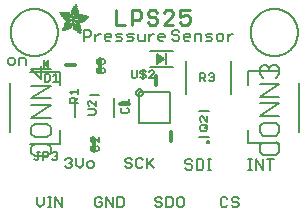
<source format=gbr>
G04 EAGLE Gerber RS-274X export*
G75*
%MOMM*%
%FSLAX34Y34*%
%LPD*%
%INSilkscreen Top*%
%IPPOS*%
%AMOC8*
5,1,8,0,0,1.08239X$1,22.5*%
G01*
%ADD10C,0.152400*%
%ADD11C,0.228600*%
%ADD12C,0.127000*%
%ADD13C,0.304800*%
%ADD14C,0.203200*%
%ADD15R,0.127000X0.762000*%
%ADD16R,0.200000X1.000000*%
%ADD17R,0.034300X0.003800*%
%ADD18R,0.057200X0.003800*%
%ADD19R,0.076200X0.003800*%
%ADD20R,0.091400X0.003800*%
%ADD21R,0.102900X0.003800*%
%ADD22R,0.114300X0.003900*%
%ADD23R,0.129500X0.003800*%
%ADD24R,0.137200X0.003800*%
%ADD25R,0.144800X0.003800*%
%ADD26R,0.152400X0.003800*%
%ADD27R,0.160000X0.003800*%
%ADD28R,0.171500X0.003800*%
%ADD29R,0.175300X0.003800*%
%ADD30R,0.182900X0.003800*%
%ADD31R,0.190500X0.003800*%
%ADD32R,0.194300X0.003900*%
%ADD33R,0.201900X0.003800*%
%ADD34R,0.209500X0.003800*%
%ADD35R,0.213400X0.003800*%
%ADD36R,0.221000X0.003800*%
%ADD37R,0.224800X0.003800*%
%ADD38R,0.232400X0.003800*%
%ADD39R,0.240000X0.003800*%
%ADD40R,0.243800X0.003800*%
%ADD41R,0.247600X0.003800*%
%ADD42R,0.255300X0.003900*%
%ADD43R,0.259100X0.003800*%
%ADD44R,0.262900X0.003800*%
%ADD45R,0.270500X0.003800*%
%ADD46R,0.274300X0.003800*%
%ADD47R,0.281900X0.003800*%
%ADD48R,0.285700X0.003800*%
%ADD49R,0.289500X0.003800*%
%ADD50R,0.297200X0.003800*%
%ADD51R,0.301000X0.003800*%
%ADD52R,0.304800X0.003900*%
%ADD53R,0.312400X0.003800*%
%ADD54R,0.316200X0.003800*%
%ADD55R,0.320000X0.003800*%
%ADD56R,0.327600X0.003800*%
%ADD57R,0.331500X0.003800*%
%ADD58R,0.339100X0.003800*%
%ADD59R,0.342900X0.003800*%
%ADD60R,0.346700X0.003800*%
%ADD61R,0.354300X0.003800*%
%ADD62R,0.358100X0.003900*%
%ADD63R,0.361900X0.003800*%
%ADD64R,0.369600X0.003800*%
%ADD65R,0.373400X0.003800*%
%ADD66R,0.377200X0.003800*%
%ADD67R,0.384800X0.003800*%
%ADD68R,0.388600X0.003800*%
%ADD69R,0.396200X0.003800*%
%ADD70R,0.400000X0.003800*%
%ADD71R,0.403800X0.003800*%
%ADD72R,0.411500X0.003900*%
%ADD73R,0.415300X0.003800*%
%ADD74R,0.419100X0.003800*%
%ADD75R,0.045700X0.003800*%
%ADD76R,0.426700X0.003800*%
%ADD77R,0.072400X0.003800*%
%ADD78R,0.430500X0.003800*%
%ADD79R,0.095300X0.003800*%
%ADD80R,0.438100X0.003800*%
%ADD81R,0.110500X0.003800*%
%ADD82R,0.441900X0.003800*%
%ADD83R,0.445800X0.003800*%
%ADD84R,0.144700X0.003800*%
%ADD85R,0.453400X0.003800*%
%ADD86R,0.457200X0.003800*%
%ADD87R,0.175300X0.003900*%
%ADD88R,0.461000X0.003900*%
%ADD89R,0.468600X0.003800*%
%ADD90R,0.205800X0.003800*%
%ADD91R,0.472400X0.003800*%
%ADD92R,0.217200X0.003800*%
%ADD93R,0.476200X0.003800*%
%ADD94R,0.483900X0.003800*%
%ADD95R,0.247700X0.003800*%
%ADD96R,0.487700X0.003800*%
%ADD97R,0.495300X0.003800*%
%ADD98R,0.499100X0.003800*%
%ADD99R,0.502900X0.003800*%
%ADD100R,0.510500X0.003800*%
%ADD101R,0.308600X0.003900*%
%ADD102R,0.514300X0.003900*%
%ADD103R,0.323800X0.003800*%
%ADD104R,0.518100X0.003800*%
%ADD105R,0.335300X0.003800*%
%ADD106R,0.525800X0.003800*%
%ADD107R,0.529600X0.003800*%
%ADD108R,0.358100X0.003800*%
%ADD109R,0.533400X0.003800*%
%ADD110R,0.537200X0.003800*%
%ADD111R,0.381000X0.003800*%
%ADD112R,0.544800X0.003800*%
%ADD113R,0.392400X0.003800*%
%ADD114R,0.548600X0.003800*%
%ADD115R,0.552400X0.003800*%
%ADD116R,0.556200X0.003800*%
%ADD117R,0.422900X0.003900*%
%ADD118R,0.560100X0.003900*%
%ADD119R,0.434300X0.003800*%
%ADD120R,0.563900X0.003800*%
%ADD121R,0.567700X0.003800*%
%ADD122R,0.461000X0.003800*%
%ADD123R,0.571500X0.003800*%
%ADD124R,0.575300X0.003800*%
%ADD125R,0.480100X0.003800*%
%ADD126R,0.579100X0.003800*%
%ADD127R,0.491500X0.003800*%
%ADD128R,0.582900X0.003800*%
%ADD129R,0.586700X0.003800*%
%ADD130R,0.510600X0.003800*%
%ADD131R,0.590500X0.003800*%
%ADD132R,0.522000X0.003800*%
%ADD133R,0.594300X0.003800*%
%ADD134R,0.533400X0.003900*%
%ADD135R,0.598200X0.003900*%
%ADD136R,0.541000X0.003800*%
%ADD137R,0.602000X0.003800*%
%ADD138R,0.552500X0.003800*%
%ADD139R,0.605800X0.003800*%
%ADD140R,0.560100X0.003800*%
%ADD141R,0.609600X0.003800*%
%ADD142R,0.613400X0.003800*%
%ADD143R,0.583000X0.003800*%
%ADD144R,0.617200X0.003800*%
%ADD145R,0.594400X0.003800*%
%ADD146R,0.621000X0.003800*%
%ADD147R,0.598200X0.003800*%
%ADD148R,0.624800X0.003800*%
%ADD149R,0.613500X0.003900*%
%ADD150R,0.628600X0.003900*%
%ADD151R,0.632400X0.003800*%
%ADD152R,0.628600X0.003800*%
%ADD153R,0.636300X0.003800*%
%ADD154R,0.640100X0.003800*%
%ADD155R,0.636200X0.003800*%
%ADD156R,0.643900X0.003800*%
%ADD157R,0.647700X0.003800*%
%ADD158R,0.651500X0.003800*%
%ADD159R,0.659100X0.003800*%
%ADD160R,0.659100X0.003900*%
%ADD161R,0.655300X0.003900*%
%ADD162R,0.662900X0.003800*%
%ADD163R,0.655300X0.003800*%
%ADD164R,0.670500X0.003800*%
%ADD165R,0.670600X0.003800*%
%ADD166R,0.674400X0.003800*%
%ADD167R,0.682000X0.003800*%
%ADD168R,0.666700X0.003800*%
%ADD169R,0.685800X0.003800*%
%ADD170R,0.689600X0.003800*%
%ADD171R,0.693400X0.003900*%
%ADD172R,0.674400X0.003900*%
%ADD173R,0.697200X0.003800*%
%ADD174R,0.678200X0.003800*%
%ADD175R,0.697300X0.003800*%
%ADD176R,0.701100X0.003800*%
%ADD177R,0.704900X0.003800*%
%ADD178R,0.708700X0.003800*%
%ADD179R,0.712500X0.003800*%
%ADD180R,0.716300X0.003800*%
%ADD181R,0.720100X0.003900*%
%ADD182R,0.689600X0.003900*%
%ADD183R,0.720000X0.003800*%
%ADD184R,0.693400X0.003800*%
%ADD185R,0.723900X0.003800*%
%ADD186R,0.727700X0.003800*%
%ADD187R,0.731500X0.003800*%
%ADD188R,0.701000X0.003800*%
%ADD189R,0.735300X0.003800*%
%ADD190R,0.731500X0.003900*%
%ADD191R,0.701000X0.003900*%
%ADD192R,0.704800X0.003800*%
%ADD193R,0.739100X0.003800*%
%ADD194R,0.743000X0.003800*%
%ADD195R,0.739200X0.003800*%
%ADD196R,0.743000X0.003900*%
%ADD197R,0.704800X0.003900*%
%ADD198R,0.746800X0.003800*%
%ADD199R,0.746800X0.003900*%
%ADD200R,0.742900X0.003800*%
%ADD201R,0.746700X0.003800*%
%ADD202R,0.746700X0.003900*%
%ADD203R,1.428800X0.003800*%
%ADD204R,1.424900X0.003800*%
%ADD205R,1.421100X0.003900*%
%ADD206R,1.421100X0.003800*%
%ADD207R,1.417300X0.003800*%
%ADD208R,1.413500X0.003800*%
%ADD209R,1.409700X0.003800*%
%ADD210R,1.405900X0.003800*%
%ADD211R,1.402100X0.003800*%
%ADD212R,1.398300X0.003800*%
%ADD213R,0.983000X0.003900*%
%ADD214R,0.384800X0.003900*%
%ADD215R,0.971600X0.003800*%
%ADD216R,0.963900X0.003800*%
%ADD217R,0.956300X0.003800*%
%ADD218R,0.365800X0.003800*%
%ADD219R,0.952500X0.003800*%
%ADD220R,0.941000X0.003800*%
%ADD221R,0.358200X0.003800*%
%ADD222R,0.937200X0.003800*%
%ADD223R,0.933400X0.003800*%
%ADD224R,0.354400X0.003800*%
%ADD225R,0.925800X0.003800*%
%ADD226R,0.350500X0.003800*%
%ADD227R,0.922000X0.003800*%
%ADD228R,0.918200X0.003900*%
%ADD229R,0.346700X0.003900*%
%ADD230R,0.910600X0.003800*%
%ADD231R,0.906800X0.003800*%
%ADD232R,0.903000X0.003800*%
%ADD233R,0.339000X0.003800*%
%ADD234R,0.895300X0.003800*%
%ADD235R,0.335200X0.003800*%
%ADD236R,0.887700X0.003800*%
%ADD237R,0.883900X0.003800*%
%ADD238R,0.331400X0.003800*%
%ADD239R,0.880100X0.003800*%
%ADD240R,0.876300X0.003800*%
%ADD241R,0.468600X0.003900*%
%ADD242R,0.396200X0.003900*%
%ADD243R,0.323800X0.003900*%
%ADD244R,0.449600X0.003800*%
%ADD245R,0.323900X0.003800*%
%ADD246R,0.442000X0.003800*%
%ADD247R,0.434400X0.003800*%
%ADD248R,0.320100X0.003800*%
%ADD249R,0.316300X0.003800*%
%ADD250R,0.426800X0.003800*%
%ADD251R,0.327700X0.003800*%
%ADD252R,0.312500X0.003800*%
%ADD253R,0.422900X0.003800*%
%ADD254R,0.308600X0.003800*%
%ADD255R,0.293400X0.003800*%
%ADD256R,0.304800X0.003800*%
%ADD257R,0.419100X0.003900*%
%ADD258R,0.285700X0.003900*%
%ADD259R,0.301000X0.003900*%
%ADD260R,0.411500X0.003800*%
%ADD261R,0.407700X0.003800*%
%ADD262R,0.289600X0.003800*%
%ADD263R,0.285800X0.003800*%
%ADD264R,0.403900X0.003800*%
%ADD265R,0.228600X0.003800*%
%ADD266R,0.403900X0.003900*%
%ADD267R,0.221000X0.003900*%
%ADD268R,0.278100X0.003900*%
%ADD269R,0.400100X0.003800*%
%ADD270R,0.209600X0.003800*%
%ADD271R,0.266700X0.003800*%
%ADD272R,0.038100X0.003800*%
%ADD273R,0.194300X0.003800*%
%ADD274R,0.148600X0.003800*%
%ADD275R,0.259000X0.003800*%
%ADD276R,0.182800X0.003800*%
%ADD277R,0.186700X0.003800*%
%ADD278R,0.251400X0.003800*%
%ADD279R,0.179100X0.003800*%
%ADD280R,0.236200X0.003800*%
%ADD281R,0.243900X0.003900*%
%ADD282R,0.282000X0.003900*%
%ADD283R,0.167700X0.003800*%
%ADD284R,0.236300X0.003800*%
%ADD285R,0.396300X0.003800*%
%ADD286R,0.163900X0.003800*%
%ADD287R,0.392500X0.003800*%
%ADD288R,0.160100X0.003800*%
%ADD289R,0.586800X0.003800*%
%ADD290R,0.148500X0.003800*%
%ADD291R,0.140900X0.003800*%
%ADD292R,0.392400X0.003900*%
%ADD293R,0.140900X0.003900*%
%ADD294R,0.647700X0.003900*%
%ADD295R,0.133300X0.003800*%
%ADD296R,0.674300X0.003800*%
%ADD297R,0.388700X0.003800*%
%ADD298R,0.125700X0.003800*%
%ADD299R,0.121900X0.003800*%
%ADD300R,0.720100X0.003800*%
%ADD301R,0.118100X0.003800*%
%ADD302R,0.118100X0.003900*%
%ADD303R,0.739100X0.003900*%
%ADD304R,0.114300X0.003800*%
%ADD305R,0.754400X0.003800*%
%ADD306R,0.765800X0.003800*%
%ADD307R,0.773400X0.003800*%
%ADD308R,0.784800X0.003800*%
%ADD309R,0.118200X0.003800*%
%ADD310R,0.792500X0.003800*%
%ADD311R,0.803900X0.003800*%
%ADD312R,0.122000X0.003800*%
%ADD313R,0.815400X0.003800*%
%ADD314R,0.125800X0.003800*%
%ADD315R,0.826800X0.003800*%
%ADD316R,0.369500X0.003900*%
%ADD317R,0.133400X0.003900*%
%ADD318R,0.842000X0.003900*%
%ADD319R,0.365700X0.003800*%
%ADD320R,1.009700X0.003800*%
%ADD321R,1.013500X0.003800*%
%ADD322R,0.362000X0.003800*%
%ADD323R,1.024900X0.003800*%
%ADD324R,1.028700X0.003800*%
%ADD325R,1.036300X0.003800*%
%ADD326R,1.047800X0.003800*%
%ADD327R,1.055400X0.003800*%
%ADD328R,1.070600X0.003800*%
%ADD329R,0.030500X0.003800*%
%ADD330R,1.436400X0.003800*%
%ADD331R,1.562100X0.003900*%
%ADD332R,1.588700X0.003800*%
%ADD333R,1.607800X0.003800*%
%ADD334R,1.626900X0.003800*%
%ADD335R,1.642100X0.003800*%
%ADD336R,1.657400X0.003800*%
%ADD337R,1.676400X0.003800*%
%ADD338R,1.687800X0.003800*%
%ADD339R,1.703000X0.003800*%
%ADD340R,1.714500X0.003800*%
%ADD341R,1.726000X0.003900*%
%ADD342R,1.741200X0.003800*%
%ADD343R,0.914400X0.003800*%
%ADD344R,0.769600X0.003800*%
%ADD345R,0.884000X0.003800*%
%ADD346R,0.712400X0.003800*%
%ADD347R,0.880100X0.003900*%
%ADD348R,0.887800X0.003800*%
%ADD349R,0.891600X0.003800*%
%ADD350R,0.895400X0.003800*%
%ADD351R,0.251500X0.003800*%
%ADD352R,0.579200X0.003900*%
%ADD353R,0.243900X0.003800*%
%ADD354R,0.556300X0.003800*%
%ADD355R,0.255200X0.003800*%
%ADD356R,0.529500X0.003800*%
%ADD357R,0.731600X0.003800*%
%ADD358R,0.525800X0.003900*%
%ADD359R,0.281900X0.003900*%
%ADD360R,0.735400X0.003900*%
%ADD361R,0.300900X0.003800*%
%ADD362R,0.762000X0.003800*%
%ADD363R,0.518200X0.003800*%
%ADD364R,0.350600X0.003800*%
%ADD365R,0.796300X0.003800*%
%ADD366R,0.807800X0.003800*%
%ADD367R,0.506700X0.003800*%
%ADD368R,0.849600X0.003800*%
%ADD369R,0.506700X0.003900*%
%ADD370R,1.371600X0.003900*%
%ADD371R,1.207800X0.003800*%
%ADD372R,0.503000X0.003800*%
%ADD373R,0.141000X0.003800*%
%ADD374R,1.203900X0.003800*%
%ADD375R,1.204000X0.003800*%
%ADD376R,1.200200X0.003800*%
%ADD377R,0.499100X0.003900*%
%ADD378R,0.156200X0.003900*%
%ADD379R,1.196400X0.003900*%
%ADD380R,1.196400X0.003800*%
%ADD381R,0.163800X0.003800*%
%ADD382R,0.167600X0.003800*%
%ADD383R,1.192500X0.003800*%
%ADD384R,0.499200X0.003800*%
%ADD385R,1.188700X0.003800*%
%ADD386R,0.506800X0.003800*%
%ADD387R,1.184900X0.003800*%
%ADD388R,0.510600X0.003900*%
%ADD389R,0.209600X0.003900*%
%ADD390R,1.181100X0.003900*%
%ADD391R,0.514400X0.003800*%
%ADD392R,1.181100X0.003800*%
%ADD393R,1.177300X0.003800*%
%ADD394R,0.240100X0.003800*%
%ADD395R,1.173500X0.003800*%
%ADD396R,1.169700X0.003800*%
%ADD397R,1.165900X0.003800*%
%ADD398R,1.162100X0.003800*%
%ADD399R,0.929700X0.003900*%
%ADD400R,1.162100X0.003900*%
%ADD401R,0.929700X0.003800*%
%ADD402R,1.154500X0.003800*%
%ADD403R,0.933500X0.003800*%
%ADD404R,1.150600X0.003800*%
%ADD405R,0.937300X0.003800*%
%ADD406R,1.146800X0.003800*%
%ADD407R,0.941100X0.003800*%
%ADD408R,1.139200X0.003800*%
%ADD409R,0.944900X0.003800*%
%ADD410R,1.135400X0.003800*%
%ADD411R,0.948700X0.003800*%
%ADD412R,1.127800X0.003800*%
%ADD413R,1.124000X0.003800*%
%ADD414R,1.116400X0.003800*%
%ADD415R,0.956300X0.003900*%
%ADD416R,1.104900X0.003900*%
%ADD417R,0.960100X0.003800*%
%ADD418R,1.093500X0.003800*%
%ADD419R,1.085900X0.003800*%
%ADD420R,0.967800X0.003800*%
%ADD421R,1.074500X0.003800*%
%ADD422R,1.063000X0.003800*%
%ADD423R,0.975400X0.003800*%
%ADD424R,1.036400X0.003800*%
%ADD425R,0.979200X0.003800*%
%ADD426R,1.021000X0.003800*%
%ADD427R,0.983000X0.003800*%
%ADD428R,1.009600X0.003800*%
%ADD429R,0.986800X0.003800*%
%ADD430R,0.998200X0.003800*%
%ADD431R,0.990600X0.003900*%
%ADD432R,0.986700X0.003900*%
%ADD433R,0.994400X0.003800*%
%ADD434R,0.975300X0.003800*%
%ADD435R,0.948600X0.003800*%
%ADD436R,1.002000X0.003800*%
%ADD437R,0.213300X0.003800*%
%ADD438R,0.217100X0.003800*%
%ADD439R,1.017300X0.003800*%
%ADD440R,0.666800X0.003800*%
%ADD441R,0.220900X0.003800*%
%ADD442R,1.028700X0.003900*%
%ADD443R,0.224700X0.003900*%
%ADD444R,1.032500X0.003800*%
%ADD445R,1.040100X0.003800*%
%ADD446R,1.043900X0.003800*%
%ADD447R,0.548700X0.003800*%
%ADD448R,1.051500X0.003800*%
%ADD449R,1.055300X0.003800*%
%ADD450R,1.059100X0.003800*%
%ADD451R,1.062900X0.003800*%
%ADD452R,0.255300X0.003800*%
%ADD453R,1.066800X0.003900*%
%ADD454R,0.259100X0.003900*%
%ADD455R,0.457200X0.003900*%
%ADD456R,0.423000X0.003800*%
%ADD457R,1.082100X0.003800*%
%ADD458R,0.274400X0.003800*%
%ADD459R,0.278200X0.003800*%
%ADD460R,1.101100X0.003800*%
%ADD461R,0.278100X0.003800*%
%ADD462R,0.876300X0.003900*%
%ADD463R,0.236200X0.003900*%
%ADD464R,0.289600X0.003900*%
%ADD465R,0.247700X0.003900*%
%ADD466R,0.049500X0.003800*%
%ADD467R,0.640100X0.003900*%
%ADD468R,0.659200X0.003800*%
%ADD469R,0.663000X0.003800*%
%ADD470R,0.872500X0.003900*%
%ADD471R,0.666800X0.003900*%
%ADD472R,0.872500X0.003800*%
%ADD473R,0.868700X0.003800*%
%ADD474R,0.864900X0.003800*%
%ADD475R,0.861100X0.003800*%
%ADD476R,0.857300X0.003800*%
%ADD477R,0.853400X0.003800*%
%ADD478R,0.845800X0.003800*%
%ADD479R,0.682000X0.003900*%
%ADD480R,0.842000X0.003800*%
%ADD481R,0.834400X0.003800*%
%ADD482R,0.823000X0.003800*%
%ADD483R,0.815300X0.003800*%
%ADD484R,0.811500X0.003800*%
%ADD485R,0.788700X0.003800*%
%ADD486R,0.777300X0.003900*%
%ADD487R,0.750600X0.003800*%
%ADD488R,0.735400X0.003800*%
%ADD489R,0.727800X0.003800*%
%ADD490R,0.628700X0.003800*%
%ADD491R,0.575400X0.003800*%
%ADD492R,0.670600X0.003900*%
%ADD493R,0.655400X0.003800*%
%ADD494R,0.651500X0.003900*%
%ADD495R,0.624800X0.003900*%
%ADD496R,0.594400X0.003900*%
%ADD497R,0.563900X0.003900*%
%ADD498R,0.541100X0.003800*%
%ADD499R,0.537300X0.003800*%
%ADD500R,0.525700X0.003800*%
%ADD501R,0.525700X0.003900*%
%ADD502R,0.514300X0.003800*%
%ADD503R,0.480100X0.003900*%
%ADD504R,0.464800X0.003800*%
%ADD505R,0.442000X0.003900*%
%ADD506R,0.438200X0.003800*%
%ADD507R,0.430600X0.003800*%
%ADD508R,0.407600X0.003800*%
%ADD509R,0.403800X0.003900*%
%ADD510R,0.365700X0.003900*%
%ADD511R,0.327700X0.003900*%
%ADD512R,0.243800X0.003900*%
%ADD513R,0.205800X0.003900*%
%ADD514R,0.198100X0.003800*%
%ADD515R,0.163800X0.003900*%
%ADD516R,0.137100X0.003800*%
%ADD517R,0.091500X0.003900*%
%ADD518R,0.060900X0.003800*%

G36*
X131141Y127041D02*
X131141Y127041D01*
X131212Y127039D01*
X131282Y127058D01*
X131353Y127066D01*
X131408Y127091D01*
X131487Y127111D01*
X131590Y127172D01*
X131659Y127203D01*
X134659Y129203D01*
X134746Y129280D01*
X134836Y129353D01*
X134851Y129375D01*
X134871Y129393D01*
X134933Y129490D01*
X135000Y129585D01*
X135008Y129611D01*
X135023Y129633D01*
X135055Y129744D01*
X135093Y129854D01*
X135094Y129881D01*
X135101Y129906D01*
X135101Y130022D01*
X135107Y130138D01*
X135101Y130164D01*
X135101Y130191D01*
X135069Y130302D01*
X135043Y130415D01*
X135030Y130438D01*
X135022Y130464D01*
X134960Y130562D01*
X134904Y130663D01*
X134886Y130679D01*
X134871Y130704D01*
X134663Y130889D01*
X134659Y130893D01*
X131659Y132893D01*
X131595Y132924D01*
X131535Y132964D01*
X131467Y132985D01*
X131403Y133016D01*
X131332Y133028D01*
X131264Y133049D01*
X131193Y133051D01*
X131123Y133063D01*
X131051Y133055D01*
X130980Y133057D01*
X130911Y133039D01*
X130840Y133030D01*
X130774Y133003D01*
X130705Y132985D01*
X130644Y132948D01*
X130578Y132921D01*
X130522Y132876D01*
X130460Y132840D01*
X130411Y132788D01*
X130356Y132743D01*
X130315Y132685D01*
X130266Y132632D01*
X130233Y132569D01*
X130192Y132511D01*
X130169Y132443D01*
X130136Y132379D01*
X130126Y132320D01*
X130099Y132242D01*
X130093Y132123D01*
X130081Y132048D01*
X130081Y128048D01*
X130091Y127977D01*
X130091Y127905D01*
X130111Y127837D01*
X130121Y127767D01*
X130150Y127701D01*
X130170Y127632D01*
X130208Y127572D01*
X130237Y127507D01*
X130283Y127452D01*
X130321Y127392D01*
X130375Y127344D01*
X130421Y127290D01*
X130480Y127250D01*
X130534Y127203D01*
X130598Y127172D01*
X130657Y127133D01*
X130726Y127111D01*
X130790Y127080D01*
X130860Y127068D01*
X130928Y127047D01*
X131000Y127045D01*
X131071Y127033D01*
X131141Y127041D01*
G37*
G36*
X37348Y122433D02*
X37348Y122433D01*
X37377Y122430D01*
X37469Y122450D01*
X37562Y122463D01*
X37589Y122476D01*
X37618Y122482D01*
X37698Y122530D01*
X37782Y122572D01*
X37803Y122593D01*
X37829Y122608D01*
X37890Y122680D01*
X37956Y122746D01*
X37969Y122772D01*
X37989Y122795D01*
X38024Y122882D01*
X38066Y122966D01*
X38070Y122996D01*
X38081Y123023D01*
X38099Y123190D01*
X38099Y128270D01*
X38094Y128299D01*
X38097Y128329D01*
X38075Y128420D01*
X38060Y128513D01*
X38046Y128539D01*
X38039Y128568D01*
X37988Y128647D01*
X37944Y128730D01*
X37923Y128751D01*
X37907Y128776D01*
X37834Y128835D01*
X37766Y128900D01*
X37739Y128912D01*
X37716Y128931D01*
X37628Y128964D01*
X37543Y129003D01*
X37513Y129006D01*
X37486Y129017D01*
X37392Y129020D01*
X37299Y129030D01*
X37269Y129024D01*
X37240Y129025D01*
X37150Y128998D01*
X37058Y128978D01*
X37033Y128963D01*
X37004Y128954D01*
X36862Y128864D01*
X33687Y126324D01*
X33618Y126247D01*
X33545Y126174D01*
X33536Y126157D01*
X33523Y126142D01*
X33481Y126046D01*
X33435Y125954D01*
X33433Y125934D01*
X33425Y125916D01*
X33416Y125813D01*
X33402Y125710D01*
X33406Y125691D01*
X33404Y125671D01*
X33429Y125570D01*
X33448Y125468D01*
X33458Y125451D01*
X33462Y125432D01*
X33518Y125345D01*
X33569Y125254D01*
X33586Y125237D01*
X33594Y125224D01*
X33619Y125204D01*
X33687Y125136D01*
X36862Y122596D01*
X36888Y122581D01*
X36910Y122561D01*
X36995Y122521D01*
X37077Y122475D01*
X37106Y122469D01*
X37133Y122457D01*
X37226Y122447D01*
X37318Y122429D01*
X37348Y122433D01*
G37*
D10*
X27658Y13215D02*
X27658Y7453D01*
X30540Y4572D01*
X33421Y7453D01*
X33421Y13215D01*
X37014Y4572D02*
X39895Y4572D01*
X38454Y4572D02*
X38454Y13215D01*
X37014Y13215D02*
X39895Y13215D01*
X43250Y13215D02*
X43250Y4572D01*
X49013Y4572D02*
X43250Y13215D01*
X49013Y13215D02*
X49013Y4572D01*
X51499Y44795D02*
X52940Y46235D01*
X55821Y46235D01*
X57261Y44795D01*
X57261Y43354D01*
X55821Y41914D01*
X54380Y41914D01*
X55821Y41914D02*
X57261Y40473D01*
X57261Y39033D01*
X55821Y37592D01*
X52940Y37592D01*
X51499Y39033D01*
X60854Y40473D02*
X60854Y46235D01*
X60854Y40473D02*
X63736Y37592D01*
X66617Y40473D01*
X66617Y46235D01*
X71650Y37592D02*
X74531Y37592D01*
X75972Y39033D01*
X75972Y41914D01*
X74531Y43354D01*
X71650Y43354D01*
X70210Y41914D01*
X70210Y39033D01*
X71650Y37592D01*
X81221Y13215D02*
X82661Y11775D01*
X81221Y13215D02*
X78340Y13215D01*
X76899Y11775D01*
X76899Y6013D01*
X78340Y4572D01*
X81221Y4572D01*
X82661Y6013D01*
X82661Y8894D01*
X79780Y8894D01*
X86254Y13215D02*
X86254Y4572D01*
X92017Y4572D02*
X86254Y13215D01*
X92017Y13215D02*
X92017Y4572D01*
X95610Y4572D02*
X95610Y13215D01*
X95610Y4572D02*
X99931Y4572D01*
X101372Y6013D01*
X101372Y11775D01*
X99931Y13215D01*
X95610Y13215D01*
X108061Y44795D02*
X106621Y46235D01*
X103740Y46235D01*
X102299Y44795D01*
X102299Y43354D01*
X103740Y41914D01*
X106621Y41914D01*
X108061Y40473D01*
X108061Y39033D01*
X106621Y37592D01*
X103740Y37592D01*
X102299Y39033D01*
X115976Y46235D02*
X117417Y44795D01*
X115976Y46235D02*
X113095Y46235D01*
X111654Y44795D01*
X111654Y39033D01*
X113095Y37592D01*
X115976Y37592D01*
X117417Y39033D01*
X121010Y37592D02*
X121010Y46235D01*
X121010Y40473D02*
X126772Y46235D01*
X122450Y41914D02*
X126772Y37592D01*
X157710Y44965D02*
X159151Y43525D01*
X157710Y44965D02*
X154829Y44965D01*
X153388Y43525D01*
X153388Y42084D01*
X154829Y40644D01*
X157710Y40644D01*
X159151Y39203D01*
X159151Y37763D01*
X157710Y36322D01*
X154829Y36322D01*
X153388Y37763D01*
X162744Y36322D02*
X162744Y44965D01*
X162744Y36322D02*
X167065Y36322D01*
X168506Y37763D01*
X168506Y43525D01*
X167065Y44965D01*
X162744Y44965D01*
X172099Y36322D02*
X174980Y36322D01*
X173539Y36322D02*
X173539Y44965D01*
X172099Y44965D02*
X174980Y44965D01*
X206728Y36322D02*
X209610Y36322D01*
X208169Y36322D02*
X208169Y44965D01*
X206728Y44965D02*
X209610Y44965D01*
X212965Y44965D02*
X212965Y36322D01*
X218727Y36322D02*
X212965Y44965D01*
X218727Y44965D02*
X218727Y36322D01*
X225202Y36322D02*
X225202Y44965D01*
X228083Y44965D02*
X222320Y44965D01*
D11*
X94230Y158877D02*
X94230Y171334D01*
X94230Y158877D02*
X102535Y158877D01*
X107795Y158877D02*
X107795Y171334D01*
X114024Y171334D01*
X116100Y169258D01*
X116100Y165105D01*
X114024Y163029D01*
X107795Y163029D01*
X127589Y171334D02*
X129665Y169258D01*
X127589Y171334D02*
X123437Y171334D01*
X121361Y169258D01*
X121361Y167181D01*
X123437Y165105D01*
X127589Y165105D01*
X129665Y163029D01*
X129665Y160953D01*
X127589Y158877D01*
X123437Y158877D01*
X121361Y160953D01*
X134926Y158877D02*
X143230Y158877D01*
X134926Y158877D02*
X143230Y167181D01*
X143230Y169258D01*
X141154Y171334D01*
X137002Y171334D01*
X134926Y169258D01*
X148491Y171334D02*
X156795Y171334D01*
X148491Y171334D02*
X148491Y165105D01*
X152643Y167181D01*
X154719Y167181D01*
X156795Y165105D01*
X156795Y160953D01*
X154719Y158877D01*
X150567Y158877D01*
X148491Y160953D01*
D10*
X67770Y154185D02*
X67770Y145542D01*
X67770Y154185D02*
X72092Y154185D01*
X73533Y152745D01*
X73533Y149864D01*
X72092Y148423D01*
X67770Y148423D01*
X77126Y145542D02*
X77126Y151304D01*
X77126Y148423D02*
X80007Y151304D01*
X81447Y151304D01*
X86362Y145542D02*
X89243Y145542D01*
X86362Y145542D02*
X84922Y146983D01*
X84922Y149864D01*
X86362Y151304D01*
X89243Y151304D01*
X90684Y149864D01*
X90684Y148423D01*
X84922Y148423D01*
X94277Y145542D02*
X98598Y145542D01*
X100039Y146983D01*
X98598Y148423D01*
X95717Y148423D01*
X94277Y149864D01*
X95717Y151304D01*
X100039Y151304D01*
X103632Y145542D02*
X107954Y145542D01*
X109394Y146983D01*
X107954Y148423D01*
X105073Y148423D01*
X103632Y149864D01*
X105073Y151304D01*
X109394Y151304D01*
X112987Y151304D02*
X112987Y146983D01*
X114428Y145542D01*
X118749Y145542D01*
X118749Y151304D01*
X122342Y151304D02*
X122342Y145542D01*
X122342Y148423D02*
X125223Y151304D01*
X126664Y151304D01*
X131579Y145542D02*
X134460Y145542D01*
X131579Y145542D02*
X130138Y146983D01*
X130138Y149864D01*
X131579Y151304D01*
X134460Y151304D01*
X135901Y149864D01*
X135901Y148423D01*
X130138Y148423D01*
D12*
X7624Y125095D02*
X4658Y125095D01*
X7624Y125095D02*
X9107Y126578D01*
X9107Y129544D01*
X7624Y131027D01*
X4658Y131027D01*
X3175Y129544D01*
X3175Y126578D01*
X4658Y125095D01*
X12530Y125095D02*
X12530Y131027D01*
X16979Y131027D01*
X18462Y129544D01*
X18462Y125095D01*
D10*
X146708Y154185D02*
X148148Y152745D01*
X146708Y154185D02*
X143827Y154185D01*
X142386Y152745D01*
X142386Y151304D01*
X143827Y149864D01*
X146708Y149864D01*
X148148Y148423D01*
X148148Y146983D01*
X146708Y145542D01*
X143827Y145542D01*
X142386Y146983D01*
X153182Y145542D02*
X156063Y145542D01*
X153182Y145542D02*
X151741Y146983D01*
X151741Y149864D01*
X153182Y151304D01*
X156063Y151304D01*
X157503Y149864D01*
X157503Y148423D01*
X151741Y148423D01*
X161096Y145542D02*
X161096Y151304D01*
X165418Y151304D01*
X166859Y149864D01*
X166859Y145542D01*
X170452Y145542D02*
X174773Y145542D01*
X176214Y146983D01*
X174773Y148423D01*
X171892Y148423D01*
X170452Y149864D01*
X171892Y151304D01*
X176214Y151304D01*
X181247Y145542D02*
X184128Y145542D01*
X185569Y146983D01*
X185569Y149864D01*
X184128Y151304D01*
X181247Y151304D01*
X179807Y149864D01*
X179807Y146983D01*
X181247Y145542D01*
X189162Y145542D02*
X189162Y151304D01*
X189162Y148423D02*
X192043Y151304D01*
X193484Y151304D01*
X187499Y13215D02*
X188939Y11775D01*
X187499Y13215D02*
X184617Y13215D01*
X183177Y11775D01*
X183177Y6013D01*
X184617Y4572D01*
X187499Y4572D01*
X188939Y6013D01*
X196854Y13215D02*
X198294Y11775D01*
X196854Y13215D02*
X193973Y13215D01*
X192532Y11775D01*
X192532Y10334D01*
X193973Y8894D01*
X196854Y8894D01*
X198294Y7453D01*
X198294Y6013D01*
X196854Y4572D01*
X193973Y4572D01*
X192532Y6013D01*
X133461Y11775D02*
X132021Y13215D01*
X129140Y13215D01*
X127699Y11775D01*
X127699Y10334D01*
X129140Y8894D01*
X132021Y8894D01*
X133461Y7453D01*
X133461Y6013D01*
X132021Y4572D01*
X129140Y4572D01*
X127699Y6013D01*
X137054Y4572D02*
X137054Y13215D01*
X137054Y4572D02*
X141376Y4572D01*
X142817Y6013D01*
X142817Y11775D01*
X141376Y13215D01*
X137054Y13215D01*
X147850Y13215D02*
X150731Y13215D01*
X147850Y13215D02*
X146410Y11775D01*
X146410Y6013D01*
X147850Y4572D01*
X150731Y4572D01*
X152172Y6013D01*
X152172Y11775D01*
X150731Y13215D01*
D13*
X76200Y52070D02*
X76200Y62230D01*
D10*
X74248Y56240D02*
X73146Y55139D01*
X73146Y52935D01*
X74248Y51834D01*
X78654Y51834D01*
X79756Y52935D01*
X79756Y55139D01*
X78654Y56240D01*
X79756Y59318D02*
X79756Y63724D01*
X79756Y59318D02*
X75350Y63724D01*
X74248Y63724D01*
X73146Y62623D01*
X73146Y60419D01*
X74248Y59318D01*
D14*
X59700Y80900D02*
X59700Y96900D01*
X92700Y96900D02*
X92700Y80900D01*
X80200Y99400D02*
X72200Y99400D01*
D10*
X70606Y82854D02*
X76114Y82854D01*
X77216Y83955D01*
X77216Y86159D01*
X76114Y87260D01*
X70606Y87260D01*
X77216Y90338D02*
X77216Y94744D01*
X77216Y90338D02*
X72810Y94744D01*
X71708Y94744D01*
X70606Y93643D01*
X70606Y91439D01*
X71708Y90338D01*
D13*
X81280Y119380D02*
X81280Y129540D01*
D10*
X79328Y122280D02*
X78226Y121179D01*
X78226Y118975D01*
X79328Y117874D01*
X83734Y117874D01*
X84836Y118975D01*
X84836Y121179D01*
X83734Y122280D01*
X79328Y125358D02*
X78226Y126459D01*
X78226Y128663D01*
X79328Y129764D01*
X80430Y129764D01*
X81531Y128663D01*
X81531Y127561D01*
X81531Y128663D02*
X82633Y129764D01*
X83734Y129764D01*
X84836Y128663D01*
X84836Y126459D01*
X83734Y125358D01*
D13*
X97600Y91694D02*
X105600Y91694D01*
D10*
X99648Y88244D02*
X98546Y87143D01*
X98546Y84939D01*
X99648Y83838D01*
X104054Y83838D01*
X105156Y84939D01*
X105156Y87143D01*
X104054Y88244D01*
X100750Y91322D02*
X98546Y93525D01*
X105156Y93525D01*
X105156Y91322D02*
X105156Y95728D01*
D14*
X153720Y100300D02*
X153720Y128300D01*
X191720Y128300D02*
X191720Y100300D01*
D10*
X165624Y111254D02*
X165624Y117864D01*
X168929Y117864D01*
X170030Y116762D01*
X170030Y114559D01*
X168929Y113457D01*
X165624Y113457D01*
X167827Y113457D02*
X170030Y111254D01*
X173108Y116762D02*
X174209Y117864D01*
X176413Y117864D01*
X177514Y116762D01*
X177514Y115660D01*
X176413Y114559D01*
X175311Y114559D01*
X176413Y114559D02*
X177514Y113457D01*
X177514Y112356D01*
X176413Y111254D01*
X174209Y111254D01*
X173108Y112356D01*
D14*
X173410Y63930D02*
X164410Y63930D01*
X164410Y85930D02*
X173410Y85930D01*
X171410Y59930D02*
X171412Y59993D01*
X171418Y60055D01*
X171428Y60117D01*
X171441Y60179D01*
X171459Y60239D01*
X171480Y60298D01*
X171505Y60356D01*
X171534Y60412D01*
X171566Y60466D01*
X171601Y60518D01*
X171639Y60567D01*
X171681Y60615D01*
X171725Y60659D01*
X171773Y60701D01*
X171822Y60739D01*
X171874Y60774D01*
X171928Y60806D01*
X171984Y60835D01*
X172042Y60860D01*
X172101Y60881D01*
X172161Y60899D01*
X172223Y60912D01*
X172285Y60922D01*
X172347Y60928D01*
X172410Y60930D01*
X172473Y60928D01*
X172535Y60922D01*
X172597Y60912D01*
X172659Y60899D01*
X172719Y60881D01*
X172778Y60860D01*
X172836Y60835D01*
X172892Y60806D01*
X172946Y60774D01*
X172998Y60739D01*
X173047Y60701D01*
X173095Y60659D01*
X173139Y60615D01*
X173181Y60567D01*
X173219Y60518D01*
X173254Y60466D01*
X173286Y60412D01*
X173315Y60356D01*
X173340Y60298D01*
X173361Y60239D01*
X173379Y60179D01*
X173392Y60117D01*
X173402Y60055D01*
X173408Y59993D01*
X173410Y59930D01*
X173408Y59867D01*
X173402Y59805D01*
X173392Y59743D01*
X173379Y59681D01*
X173361Y59621D01*
X173340Y59562D01*
X173315Y59504D01*
X173286Y59448D01*
X173254Y59394D01*
X173219Y59342D01*
X173181Y59293D01*
X173139Y59245D01*
X173095Y59201D01*
X173047Y59159D01*
X172998Y59121D01*
X172946Y59086D01*
X172892Y59054D01*
X172836Y59025D01*
X172778Y59000D01*
X172719Y58979D01*
X172659Y58961D01*
X172597Y58948D01*
X172535Y58938D01*
X172473Y58932D01*
X172410Y58930D01*
X172347Y58932D01*
X172285Y58938D01*
X172223Y58948D01*
X172161Y58961D01*
X172101Y58979D01*
X172042Y59000D01*
X171984Y59025D01*
X171928Y59054D01*
X171874Y59086D01*
X171822Y59121D01*
X171773Y59159D01*
X171725Y59201D01*
X171681Y59245D01*
X171639Y59293D01*
X171601Y59342D01*
X171566Y59394D01*
X171534Y59448D01*
X171505Y59504D01*
X171480Y59562D01*
X171459Y59621D01*
X171441Y59681D01*
X171428Y59743D01*
X171418Y59805D01*
X171412Y59867D01*
X171410Y59930D01*
D10*
X170856Y69342D02*
X166450Y69342D01*
X165348Y70444D01*
X165348Y72647D01*
X166450Y73748D01*
X170856Y73748D01*
X171958Y72647D01*
X171958Y70444D01*
X170856Y69342D01*
X169755Y71545D02*
X171958Y73748D01*
X171958Y76826D02*
X171958Y81233D01*
X167552Y81233D02*
X171958Y76826D01*
X167552Y81233D02*
X166450Y81233D01*
X165348Y80131D01*
X165348Y77928D01*
X166450Y76826D01*
D14*
X5400Y152400D02*
X5406Y152891D01*
X5424Y153381D01*
X5454Y153871D01*
X5496Y154360D01*
X5550Y154848D01*
X5616Y155335D01*
X5694Y155819D01*
X5784Y156302D01*
X5886Y156782D01*
X5999Y157260D01*
X6124Y157734D01*
X6261Y158206D01*
X6409Y158674D01*
X6569Y159138D01*
X6740Y159598D01*
X6922Y160054D01*
X7116Y160505D01*
X7320Y160951D01*
X7536Y161392D01*
X7762Y161828D01*
X7998Y162258D01*
X8245Y162682D01*
X8503Y163100D01*
X8771Y163511D01*
X9048Y163916D01*
X9336Y164314D01*
X9633Y164705D01*
X9940Y165088D01*
X10256Y165463D01*
X10581Y165831D01*
X10915Y166191D01*
X11258Y166542D01*
X11609Y166885D01*
X11969Y167219D01*
X12337Y167544D01*
X12712Y167860D01*
X13095Y168167D01*
X13486Y168464D01*
X13884Y168752D01*
X14289Y169029D01*
X14700Y169297D01*
X15118Y169555D01*
X15542Y169802D01*
X15972Y170038D01*
X16408Y170264D01*
X16849Y170480D01*
X17295Y170684D01*
X17746Y170878D01*
X18202Y171060D01*
X18662Y171231D01*
X19126Y171391D01*
X19594Y171539D01*
X20066Y171676D01*
X20540Y171801D01*
X21018Y171914D01*
X21498Y172016D01*
X21981Y172106D01*
X22465Y172184D01*
X22952Y172250D01*
X23440Y172304D01*
X23929Y172346D01*
X24419Y172376D01*
X24909Y172394D01*
X25400Y172400D01*
X25891Y172394D01*
X26381Y172376D01*
X26871Y172346D01*
X27360Y172304D01*
X27848Y172250D01*
X28335Y172184D01*
X28819Y172106D01*
X29302Y172016D01*
X29782Y171914D01*
X30260Y171801D01*
X30734Y171676D01*
X31206Y171539D01*
X31674Y171391D01*
X32138Y171231D01*
X32598Y171060D01*
X33054Y170878D01*
X33505Y170684D01*
X33951Y170480D01*
X34392Y170264D01*
X34828Y170038D01*
X35258Y169802D01*
X35682Y169555D01*
X36100Y169297D01*
X36511Y169029D01*
X36916Y168752D01*
X37314Y168464D01*
X37705Y168167D01*
X38088Y167860D01*
X38463Y167544D01*
X38831Y167219D01*
X39191Y166885D01*
X39542Y166542D01*
X39885Y166191D01*
X40219Y165831D01*
X40544Y165463D01*
X40860Y165088D01*
X41167Y164705D01*
X41464Y164314D01*
X41752Y163916D01*
X42029Y163511D01*
X42297Y163100D01*
X42555Y162682D01*
X42802Y162258D01*
X43038Y161828D01*
X43264Y161392D01*
X43480Y160951D01*
X43684Y160505D01*
X43878Y160054D01*
X44060Y159598D01*
X44231Y159138D01*
X44391Y158674D01*
X44539Y158206D01*
X44676Y157734D01*
X44801Y157260D01*
X44914Y156782D01*
X45016Y156302D01*
X45106Y155819D01*
X45184Y155335D01*
X45250Y154848D01*
X45304Y154360D01*
X45346Y153871D01*
X45376Y153381D01*
X45394Y152891D01*
X45400Y152400D01*
X45394Y151909D01*
X45376Y151419D01*
X45346Y150929D01*
X45304Y150440D01*
X45250Y149952D01*
X45184Y149465D01*
X45106Y148981D01*
X45016Y148498D01*
X44914Y148018D01*
X44801Y147540D01*
X44676Y147066D01*
X44539Y146594D01*
X44391Y146126D01*
X44231Y145662D01*
X44060Y145202D01*
X43878Y144746D01*
X43684Y144295D01*
X43480Y143849D01*
X43264Y143408D01*
X43038Y142972D01*
X42802Y142542D01*
X42555Y142118D01*
X42297Y141700D01*
X42029Y141289D01*
X41752Y140884D01*
X41464Y140486D01*
X41167Y140095D01*
X40860Y139712D01*
X40544Y139337D01*
X40219Y138969D01*
X39885Y138609D01*
X39542Y138258D01*
X39191Y137915D01*
X38831Y137581D01*
X38463Y137256D01*
X38088Y136940D01*
X37705Y136633D01*
X37314Y136336D01*
X36916Y136048D01*
X36511Y135771D01*
X36100Y135503D01*
X35682Y135245D01*
X35258Y134998D01*
X34828Y134762D01*
X34392Y134536D01*
X33951Y134320D01*
X33505Y134116D01*
X33054Y133922D01*
X32598Y133740D01*
X32138Y133569D01*
X31674Y133409D01*
X31206Y133261D01*
X30734Y133124D01*
X30260Y132999D01*
X29782Y132886D01*
X29302Y132784D01*
X28819Y132694D01*
X28335Y132616D01*
X27848Y132550D01*
X27360Y132496D01*
X26871Y132454D01*
X26381Y132424D01*
X25891Y132406D01*
X25400Y132400D01*
X24909Y132406D01*
X24419Y132424D01*
X23929Y132454D01*
X23440Y132496D01*
X22952Y132550D01*
X22465Y132616D01*
X21981Y132694D01*
X21498Y132784D01*
X21018Y132886D01*
X20540Y132999D01*
X20066Y133124D01*
X19594Y133261D01*
X19126Y133409D01*
X18662Y133569D01*
X18202Y133740D01*
X17746Y133922D01*
X17295Y134116D01*
X16849Y134320D01*
X16408Y134536D01*
X15972Y134762D01*
X15542Y134998D01*
X15118Y135245D01*
X14700Y135503D01*
X14289Y135771D01*
X13884Y136048D01*
X13486Y136336D01*
X13095Y136633D01*
X12712Y136940D01*
X12337Y137256D01*
X11969Y137581D01*
X11609Y137915D01*
X11258Y138258D01*
X10915Y138609D01*
X10581Y138969D01*
X10256Y139337D01*
X9940Y139712D01*
X9633Y140095D01*
X9336Y140486D01*
X9048Y140884D01*
X8771Y141289D01*
X8503Y141700D01*
X8245Y142118D01*
X7998Y142542D01*
X7762Y142972D01*
X7536Y143408D01*
X7320Y143849D01*
X7116Y144295D01*
X6922Y144746D01*
X6740Y145202D01*
X6569Y145662D01*
X6409Y146126D01*
X6261Y146594D01*
X6124Y147066D01*
X5999Y147540D01*
X5886Y148018D01*
X5784Y148498D01*
X5694Y148981D01*
X5616Y149465D01*
X5550Y149952D01*
X5496Y150440D01*
X5454Y150929D01*
X5424Y151419D01*
X5406Y151909D01*
X5400Y152400D01*
X208600Y152400D02*
X208606Y152891D01*
X208624Y153381D01*
X208654Y153871D01*
X208696Y154360D01*
X208750Y154848D01*
X208816Y155335D01*
X208894Y155819D01*
X208984Y156302D01*
X209086Y156782D01*
X209199Y157260D01*
X209324Y157734D01*
X209461Y158206D01*
X209609Y158674D01*
X209769Y159138D01*
X209940Y159598D01*
X210122Y160054D01*
X210316Y160505D01*
X210520Y160951D01*
X210736Y161392D01*
X210962Y161828D01*
X211198Y162258D01*
X211445Y162682D01*
X211703Y163100D01*
X211971Y163511D01*
X212248Y163916D01*
X212536Y164314D01*
X212833Y164705D01*
X213140Y165088D01*
X213456Y165463D01*
X213781Y165831D01*
X214115Y166191D01*
X214458Y166542D01*
X214809Y166885D01*
X215169Y167219D01*
X215537Y167544D01*
X215912Y167860D01*
X216295Y168167D01*
X216686Y168464D01*
X217084Y168752D01*
X217489Y169029D01*
X217900Y169297D01*
X218318Y169555D01*
X218742Y169802D01*
X219172Y170038D01*
X219608Y170264D01*
X220049Y170480D01*
X220495Y170684D01*
X220946Y170878D01*
X221402Y171060D01*
X221862Y171231D01*
X222326Y171391D01*
X222794Y171539D01*
X223266Y171676D01*
X223740Y171801D01*
X224218Y171914D01*
X224698Y172016D01*
X225181Y172106D01*
X225665Y172184D01*
X226152Y172250D01*
X226640Y172304D01*
X227129Y172346D01*
X227619Y172376D01*
X228109Y172394D01*
X228600Y172400D01*
X229091Y172394D01*
X229581Y172376D01*
X230071Y172346D01*
X230560Y172304D01*
X231048Y172250D01*
X231535Y172184D01*
X232019Y172106D01*
X232502Y172016D01*
X232982Y171914D01*
X233460Y171801D01*
X233934Y171676D01*
X234406Y171539D01*
X234874Y171391D01*
X235338Y171231D01*
X235798Y171060D01*
X236254Y170878D01*
X236705Y170684D01*
X237151Y170480D01*
X237592Y170264D01*
X238028Y170038D01*
X238458Y169802D01*
X238882Y169555D01*
X239300Y169297D01*
X239711Y169029D01*
X240116Y168752D01*
X240514Y168464D01*
X240905Y168167D01*
X241288Y167860D01*
X241663Y167544D01*
X242031Y167219D01*
X242391Y166885D01*
X242742Y166542D01*
X243085Y166191D01*
X243419Y165831D01*
X243744Y165463D01*
X244060Y165088D01*
X244367Y164705D01*
X244664Y164314D01*
X244952Y163916D01*
X245229Y163511D01*
X245497Y163100D01*
X245755Y162682D01*
X246002Y162258D01*
X246238Y161828D01*
X246464Y161392D01*
X246680Y160951D01*
X246884Y160505D01*
X247078Y160054D01*
X247260Y159598D01*
X247431Y159138D01*
X247591Y158674D01*
X247739Y158206D01*
X247876Y157734D01*
X248001Y157260D01*
X248114Y156782D01*
X248216Y156302D01*
X248306Y155819D01*
X248384Y155335D01*
X248450Y154848D01*
X248504Y154360D01*
X248546Y153871D01*
X248576Y153381D01*
X248594Y152891D01*
X248600Y152400D01*
X248594Y151909D01*
X248576Y151419D01*
X248546Y150929D01*
X248504Y150440D01*
X248450Y149952D01*
X248384Y149465D01*
X248306Y148981D01*
X248216Y148498D01*
X248114Y148018D01*
X248001Y147540D01*
X247876Y147066D01*
X247739Y146594D01*
X247591Y146126D01*
X247431Y145662D01*
X247260Y145202D01*
X247078Y144746D01*
X246884Y144295D01*
X246680Y143849D01*
X246464Y143408D01*
X246238Y142972D01*
X246002Y142542D01*
X245755Y142118D01*
X245497Y141700D01*
X245229Y141289D01*
X244952Y140884D01*
X244664Y140486D01*
X244367Y140095D01*
X244060Y139712D01*
X243744Y139337D01*
X243419Y138969D01*
X243085Y138609D01*
X242742Y138258D01*
X242391Y137915D01*
X242031Y137581D01*
X241663Y137256D01*
X241288Y136940D01*
X240905Y136633D01*
X240514Y136336D01*
X240116Y136048D01*
X239711Y135771D01*
X239300Y135503D01*
X238882Y135245D01*
X238458Y134998D01*
X238028Y134762D01*
X237592Y134536D01*
X237151Y134320D01*
X236705Y134116D01*
X236254Y133922D01*
X235798Y133740D01*
X235338Y133569D01*
X234874Y133409D01*
X234406Y133261D01*
X233934Y133124D01*
X233460Y132999D01*
X232982Y132886D01*
X232502Y132784D01*
X232019Y132694D01*
X231535Y132616D01*
X231048Y132550D01*
X230560Y132496D01*
X230071Y132454D01*
X229581Y132424D01*
X229091Y132406D01*
X228600Y132400D01*
X228109Y132406D01*
X227619Y132424D01*
X227129Y132454D01*
X226640Y132496D01*
X226152Y132550D01*
X225665Y132616D01*
X225181Y132694D01*
X224698Y132784D01*
X224218Y132886D01*
X223740Y132999D01*
X223266Y133124D01*
X222794Y133261D01*
X222326Y133409D01*
X221862Y133569D01*
X221402Y133740D01*
X220946Y133922D01*
X220495Y134116D01*
X220049Y134320D01*
X219608Y134536D01*
X219172Y134762D01*
X218742Y134998D01*
X218318Y135245D01*
X217900Y135503D01*
X217489Y135771D01*
X217084Y136048D01*
X216686Y136336D01*
X216295Y136633D01*
X215912Y136940D01*
X215537Y137256D01*
X215169Y137581D01*
X214809Y137915D01*
X214458Y138258D01*
X214115Y138609D01*
X213781Y138969D01*
X213456Y139337D01*
X213140Y139712D01*
X212833Y140095D01*
X212536Y140486D01*
X212248Y140884D01*
X211971Y141289D01*
X211703Y141700D01*
X211445Y142118D01*
X211198Y142542D01*
X210962Y142972D01*
X210736Y143408D01*
X210520Y143849D01*
X210316Y144295D01*
X210122Y144746D01*
X209940Y145202D01*
X209769Y145662D01*
X209609Y146126D01*
X209461Y146594D01*
X209324Y147066D01*
X209199Y147540D01*
X209086Y148018D01*
X208984Y148498D01*
X208894Y148981D01*
X208816Y149465D01*
X208750Y149952D01*
X208696Y150440D01*
X208654Y150929D01*
X208624Y151419D01*
X208606Y151909D01*
X208600Y152400D01*
D10*
X206460Y58900D02*
X232460Y58900D01*
X206460Y58900D02*
X206460Y69900D01*
X206460Y107900D02*
X206460Y119900D01*
X232460Y119900D01*
X249460Y109900D02*
X249460Y67900D01*
X218780Y59589D02*
X216068Y56877D01*
X216068Y51454D01*
X218780Y48742D01*
X229626Y48742D01*
X232338Y51454D01*
X232338Y56877D01*
X229626Y59589D01*
X216068Y67825D02*
X216068Y73249D01*
X216068Y67825D02*
X218780Y65114D01*
X229626Y65114D01*
X232338Y67825D01*
X232338Y73249D01*
X229626Y75960D01*
X218780Y75960D01*
X216068Y73249D01*
X216068Y81485D02*
X232338Y81485D01*
X232338Y92332D02*
X216068Y81485D01*
X216068Y92332D02*
X232338Y92332D01*
X232338Y97857D02*
X216068Y97857D01*
X232338Y108703D01*
X216068Y108703D01*
X218780Y114228D02*
X216068Y116940D01*
X216068Y122363D01*
X218780Y125075D01*
X221491Y125075D01*
X224203Y122363D01*
X224203Y119652D01*
X224203Y122363D02*
X226915Y125075D01*
X229626Y125075D01*
X232338Y122363D01*
X232338Y116940D01*
X229626Y114228D01*
X47540Y118900D02*
X21540Y118900D01*
X47540Y118900D02*
X47540Y107900D01*
X47540Y69900D02*
X47540Y57900D01*
X21540Y57900D01*
X4540Y67900D02*
X4540Y109900D01*
X25630Y58301D02*
X22918Y55589D01*
X22918Y50166D01*
X25630Y47454D01*
X36476Y47454D01*
X39188Y50166D01*
X39188Y55589D01*
X36476Y58301D01*
X22918Y66537D02*
X22918Y71961D01*
X22918Y66537D02*
X25630Y63826D01*
X36476Y63826D01*
X39188Y66537D01*
X39188Y71961D01*
X36476Y74672D01*
X25630Y74672D01*
X22918Y71961D01*
X22918Y80197D02*
X39188Y80197D01*
X39188Y91044D02*
X22918Y80197D01*
X22918Y91044D02*
X39188Y91044D01*
X39188Y96569D02*
X22918Y96569D01*
X39188Y107415D01*
X22918Y107415D01*
X22918Y121075D02*
X39188Y121075D01*
X31053Y112940D02*
X22918Y121075D01*
X31053Y123787D02*
X31053Y112940D01*
D15*
X33528Y125730D03*
D10*
X34054Y117354D02*
X34054Y110744D01*
X37359Y110744D01*
X38460Y111846D01*
X38460Y116252D01*
X37359Y117354D01*
X34054Y117354D01*
X41538Y115150D02*
X43741Y117354D01*
X43741Y110744D01*
X41538Y110744D02*
X45944Y110744D01*
D13*
X51880Y124460D02*
X59880Y124460D01*
D10*
X61976Y92474D02*
X55366Y92474D01*
X55366Y95779D01*
X56468Y96880D01*
X58671Y96880D01*
X59773Y95779D01*
X59773Y92474D01*
X59773Y94677D02*
X61976Y96880D01*
X57570Y99958D02*
X55366Y102161D01*
X61976Y102161D01*
X61976Y99958D02*
X61976Y104364D01*
D13*
X141478Y68262D02*
X141478Y60262D01*
D14*
X143096Y123048D02*
X123096Y123048D01*
X123096Y137048D02*
X143096Y137048D01*
X135596Y130048D02*
X129596Y126048D01*
X129596Y134048D01*
X135596Y130048D01*
D16*
X136596Y130048D03*
D13*
X128270Y115760D02*
X128270Y107760D01*
D10*
X140000Y101900D02*
X114000Y101900D01*
X140000Y101900D02*
X140000Y75900D01*
X114000Y75900D01*
X114000Y101900D01*
X111585Y101400D02*
X111587Y101508D01*
X111593Y101615D01*
X111603Y101723D01*
X111617Y101829D01*
X111635Y101936D01*
X111656Y102041D01*
X111682Y102146D01*
X111711Y102249D01*
X111745Y102352D01*
X111782Y102453D01*
X111823Y102553D01*
X111867Y102651D01*
X111915Y102747D01*
X111967Y102842D01*
X112022Y102935D01*
X112080Y103025D01*
X112142Y103113D01*
X112207Y103199D01*
X112275Y103283D01*
X112346Y103364D01*
X112420Y103442D01*
X112497Y103518D01*
X112576Y103590D01*
X112659Y103660D01*
X112743Y103726D01*
X112830Y103790D01*
X112920Y103850D01*
X113012Y103906D01*
X113105Y103960D01*
X113201Y104009D01*
X113298Y104056D01*
X113397Y104098D01*
X113497Y104137D01*
X113599Y104172D01*
X113702Y104204D01*
X113806Y104231D01*
X113912Y104255D01*
X114017Y104275D01*
X114124Y104291D01*
X114231Y104303D01*
X114338Y104311D01*
X114446Y104315D01*
X114554Y104315D01*
X114662Y104311D01*
X114769Y104303D01*
X114876Y104291D01*
X114983Y104275D01*
X115088Y104255D01*
X115194Y104231D01*
X115298Y104204D01*
X115401Y104172D01*
X115503Y104137D01*
X115603Y104098D01*
X115702Y104056D01*
X115799Y104009D01*
X115895Y103960D01*
X115988Y103906D01*
X116080Y103850D01*
X116170Y103790D01*
X116257Y103726D01*
X116341Y103660D01*
X116424Y103590D01*
X116503Y103518D01*
X116580Y103442D01*
X116654Y103364D01*
X116725Y103283D01*
X116793Y103199D01*
X116858Y103113D01*
X116920Y103025D01*
X116978Y102935D01*
X117033Y102842D01*
X117085Y102747D01*
X117133Y102651D01*
X117177Y102553D01*
X117218Y102453D01*
X117255Y102352D01*
X117289Y102249D01*
X117318Y102146D01*
X117344Y102041D01*
X117365Y101936D01*
X117383Y101829D01*
X117397Y101723D01*
X117407Y101615D01*
X117413Y101508D01*
X117415Y101400D01*
X117413Y101292D01*
X117407Y101185D01*
X117397Y101077D01*
X117383Y100971D01*
X117365Y100864D01*
X117344Y100759D01*
X117318Y100654D01*
X117289Y100551D01*
X117255Y100448D01*
X117218Y100347D01*
X117177Y100247D01*
X117133Y100149D01*
X117085Y100053D01*
X117033Y99958D01*
X116978Y99865D01*
X116920Y99775D01*
X116858Y99687D01*
X116793Y99601D01*
X116725Y99517D01*
X116654Y99436D01*
X116580Y99358D01*
X116503Y99282D01*
X116424Y99210D01*
X116341Y99140D01*
X116257Y99074D01*
X116170Y99010D01*
X116080Y98950D01*
X115988Y98894D01*
X115895Y98840D01*
X115799Y98791D01*
X115702Y98744D01*
X115603Y98702D01*
X115503Y98663D01*
X115401Y98628D01*
X115298Y98596D01*
X115194Y98569D01*
X115088Y98545D01*
X114983Y98525D01*
X114876Y98509D01*
X114769Y98497D01*
X114662Y98489D01*
X114554Y98485D01*
X114446Y98485D01*
X114338Y98489D01*
X114231Y98497D01*
X114124Y98509D01*
X114017Y98525D01*
X113912Y98545D01*
X113806Y98569D01*
X113702Y98596D01*
X113599Y98628D01*
X113497Y98663D01*
X113397Y98702D01*
X113298Y98744D01*
X113201Y98791D01*
X113105Y98840D01*
X113012Y98894D01*
X112920Y98950D01*
X112830Y99010D01*
X112743Y99074D01*
X112659Y99140D01*
X112576Y99210D01*
X112497Y99282D01*
X112420Y99358D01*
X112346Y99436D01*
X112275Y99517D01*
X112207Y99601D01*
X112142Y99687D01*
X112080Y99775D01*
X112022Y99865D01*
X111967Y99958D01*
X111915Y100053D01*
X111867Y100149D01*
X111823Y100247D01*
X111782Y100347D01*
X111745Y100448D01*
X111711Y100551D01*
X111682Y100654D01*
X111656Y100759D01*
X111635Y100864D01*
X111617Y100971D01*
X111603Y101077D01*
X111593Y101185D01*
X111587Y101292D01*
X111585Y101400D01*
X107741Y114789D02*
X107741Y120297D01*
X107741Y114789D02*
X108842Y113688D01*
X111046Y113688D01*
X112147Y114789D01*
X112147Y120297D01*
X115225Y114789D02*
X116326Y113688D01*
X118530Y113688D01*
X119631Y114789D01*
X119631Y115891D01*
X118530Y116992D01*
X116326Y116992D01*
X115225Y118094D01*
X115225Y119196D01*
X116326Y120297D01*
X118530Y120297D01*
X119631Y119196D01*
X117428Y121399D02*
X117428Y112586D01*
X122709Y113688D02*
X127115Y113688D01*
X122709Y113688D02*
X127115Y118094D01*
X127115Y119196D01*
X126014Y120297D01*
X123811Y120297D01*
X122709Y119196D01*
D17*
X64059Y151130D03*
D18*
X64059Y151168D03*
D19*
X64040Y151206D03*
D20*
X64040Y151244D03*
D21*
X64059Y151282D03*
D22*
X64040Y151321D03*
D23*
X64040Y151359D03*
D24*
X64040Y151397D03*
D25*
X64040Y151435D03*
D26*
X64002Y151473D03*
D27*
X64002Y151511D03*
D28*
X63983Y151549D03*
D29*
X63964Y151587D03*
D30*
X63964Y151625D03*
D31*
X63926Y151663D03*
D32*
X63907Y151702D03*
D33*
X63907Y151740D03*
D34*
X63869Y151778D03*
D35*
X63849Y151816D03*
D36*
X63811Y151854D03*
D37*
X63792Y151892D03*
D38*
X63792Y151930D03*
D39*
X63754Y151968D03*
D40*
X63735Y152006D03*
D41*
X63716Y152044D03*
D42*
X63678Y152083D03*
D43*
X63659Y152121D03*
D44*
X63640Y152159D03*
D45*
X63602Y152197D03*
D46*
X63583Y152235D03*
D47*
X63545Y152273D03*
D48*
X63526Y152311D03*
D49*
X63507Y152349D03*
D50*
X63468Y152387D03*
D51*
X63449Y152425D03*
D52*
X63430Y152464D03*
D53*
X63392Y152502D03*
D54*
X63373Y152540D03*
D55*
X63354Y152578D03*
D56*
X63316Y152616D03*
D57*
X63297Y152654D03*
D58*
X63259Y152692D03*
D59*
X63240Y152730D03*
D60*
X63221Y152768D03*
D61*
X63183Y152806D03*
D62*
X63164Y152845D03*
D63*
X63145Y152883D03*
D64*
X63106Y152921D03*
D65*
X63087Y152959D03*
D66*
X63068Y152997D03*
D67*
X63030Y153035D03*
D68*
X63011Y153073D03*
D69*
X62973Y153111D03*
D70*
X62954Y153149D03*
D71*
X62935Y153187D03*
D72*
X62897Y153226D03*
D73*
X62878Y153264D03*
D74*
X62859Y153302D03*
D75*
X50096Y153340D03*
D76*
X62821Y153340D03*
D77*
X50114Y153378D03*
D78*
X62802Y153378D03*
D79*
X50153Y153416D03*
D80*
X62764Y153416D03*
D81*
X50191Y153454D03*
D82*
X62745Y153454D03*
D23*
X50210Y153492D03*
D83*
X62725Y153492D03*
D84*
X50248Y153530D03*
D85*
X62687Y153530D03*
D27*
X50286Y153568D03*
D86*
X62668Y153568D03*
D87*
X50324Y153607D03*
D88*
X62649Y153607D03*
D31*
X50362Y153645D03*
D89*
X62611Y153645D03*
D90*
X50400Y153683D03*
D91*
X62592Y153683D03*
D92*
X50457Y153721D03*
D93*
X62573Y153721D03*
D38*
X50495Y153759D03*
D94*
X62535Y153759D03*
D95*
X50534Y153797D03*
D96*
X62516Y153797D03*
D43*
X50591Y153835D03*
D97*
X62478Y153835D03*
D46*
X50629Y153873D03*
D98*
X62459Y153873D03*
D48*
X50686Y153911D03*
D99*
X62440Y153911D03*
D50*
X50743Y153949D03*
D100*
X62402Y153949D03*
D101*
X50800Y153988D03*
D102*
X62383Y153988D03*
D103*
X50838Y154026D03*
D104*
X62364Y154026D03*
D105*
X50896Y154064D03*
D106*
X62325Y154064D03*
D60*
X50953Y154102D03*
D107*
X62306Y154102D03*
D108*
X51010Y154140D03*
D109*
X62287Y154140D03*
D64*
X51067Y154178D03*
D110*
X62268Y154178D03*
D111*
X51124Y154216D03*
D112*
X62230Y154216D03*
D113*
X51181Y154254D03*
D114*
X62211Y154254D03*
D71*
X51238Y154292D03*
D115*
X62192Y154292D03*
D73*
X51296Y154330D03*
D116*
X62173Y154330D03*
D117*
X51372Y154369D03*
D118*
X62154Y154369D03*
D119*
X51429Y154407D03*
D120*
X62135Y154407D03*
D83*
X51486Y154445D03*
D121*
X62116Y154445D03*
D122*
X51562Y154483D03*
D123*
X62097Y154483D03*
D91*
X51619Y154521D03*
D124*
X62078Y154521D03*
D125*
X51696Y154559D03*
D126*
X62059Y154559D03*
D127*
X51753Y154597D03*
D128*
X62040Y154597D03*
D99*
X51810Y154635D03*
D129*
X62021Y154635D03*
D130*
X51886Y154673D03*
D131*
X62002Y154673D03*
D132*
X51943Y154711D03*
D133*
X61983Y154711D03*
D134*
X52000Y154750D03*
D135*
X61963Y154750D03*
D136*
X52076Y154788D03*
D137*
X61944Y154788D03*
D138*
X52134Y154826D03*
D139*
X61925Y154826D03*
D140*
X52172Y154864D03*
D139*
X61925Y154864D03*
D123*
X52229Y154902D03*
D141*
X61906Y154902D03*
D124*
X52286Y154940D03*
D142*
X61887Y154940D03*
D143*
X52324Y154978D03*
D144*
X61868Y154978D03*
D145*
X52381Y155016D03*
D146*
X61849Y155016D03*
D147*
X52438Y155054D03*
D146*
X61849Y155054D03*
D139*
X52476Y155092D03*
D148*
X61830Y155092D03*
D149*
X52515Y155131D03*
D150*
X61811Y155131D03*
D142*
X52553Y155169D03*
D151*
X61792Y155169D03*
D146*
X52591Y155207D03*
D151*
X61792Y155207D03*
D152*
X52629Y155245D03*
D153*
X61773Y155245D03*
D151*
X52686Y155283D03*
D154*
X61754Y155283D03*
D155*
X52705Y155321D03*
D156*
X61735Y155321D03*
X52744Y155359D03*
X61735Y155359D03*
D157*
X52801Y155397D03*
X61716Y155397D03*
D158*
X52820Y155435D03*
X61697Y155435D03*
D159*
X52858Y155473D03*
D158*
X61697Y155473D03*
D160*
X52896Y155512D03*
D161*
X61678Y155512D03*
D162*
X52915Y155550D03*
D163*
X61678Y155550D03*
D164*
X52953Y155588D03*
D159*
X61659Y155588D03*
D165*
X52991Y155626D03*
D162*
X61640Y155626D03*
D166*
X53010Y155664D03*
D162*
X61640Y155664D03*
D167*
X53048Y155702D03*
D168*
X61621Y155702D03*
D167*
X53086Y155740D03*
D168*
X61621Y155740D03*
D169*
X53105Y155778D03*
D164*
X61602Y155778D03*
D170*
X53124Y155816D03*
D164*
X61602Y155816D03*
D170*
X53162Y155854D03*
D166*
X61582Y155854D03*
D171*
X53181Y155893D03*
D172*
X61582Y155893D03*
D173*
X53200Y155931D03*
D174*
X61563Y155931D03*
D175*
X53239Y155969D03*
D174*
X61563Y155969D03*
D176*
X53258Y156007D03*
D174*
X61563Y156007D03*
D177*
X53277Y156045D03*
D167*
X61544Y156045D03*
D177*
X53315Y156083D03*
D167*
X61544Y156083D03*
D178*
X53334Y156121D03*
D169*
X61525Y156121D03*
D179*
X53353Y156159D03*
D169*
X61525Y156159D03*
D179*
X53391Y156197D03*
D169*
X61525Y156197D03*
D180*
X53410Y156235D03*
D170*
X61506Y156235D03*
D181*
X53429Y156274D03*
D182*
X61506Y156274D03*
D183*
X53467Y156312D03*
D184*
X61487Y156312D03*
D185*
X53487Y156350D03*
D184*
X61487Y156350D03*
D185*
X53487Y156388D03*
D184*
X61487Y156388D03*
D185*
X53525Y156426D03*
D184*
X61487Y156426D03*
D186*
X53544Y156464D03*
D173*
X61468Y156464D03*
D187*
X53563Y156502D03*
D173*
X61468Y156502D03*
D186*
X53582Y156540D03*
D173*
X61468Y156540D03*
D187*
X53601Y156578D03*
D188*
X61449Y156578D03*
D189*
X53620Y156616D03*
D188*
X61449Y156616D03*
D190*
X53639Y156655D03*
D191*
X61449Y156655D03*
D189*
X53658Y156693D03*
D188*
X61449Y156693D03*
D189*
X53658Y156731D03*
D192*
X61430Y156731D03*
D189*
X53696Y156769D03*
D188*
X61411Y156769D03*
D193*
X53715Y156807D03*
D188*
X61411Y156807D03*
D193*
X53715Y156845D03*
D188*
X61411Y156845D03*
D193*
X53753Y156883D03*
D188*
X61411Y156883D03*
D193*
X53753Y156921D03*
D188*
X61411Y156921D03*
D194*
X53772Y156959D03*
D192*
X61392Y156959D03*
D195*
X53791Y156997D03*
D192*
X61392Y156997D03*
D196*
X53810Y157036D03*
D197*
X61392Y157036D03*
D194*
X53810Y157074D03*
D192*
X61392Y157074D03*
D194*
X53848Y157112D03*
D192*
X61392Y157112D03*
D194*
X53848Y157150D03*
D192*
X61392Y157150D03*
D194*
X53848Y157188D03*
D192*
X61392Y157188D03*
D194*
X53886Y157226D03*
D188*
X61373Y157226D03*
D194*
X53886Y157264D03*
D188*
X61373Y157264D03*
D198*
X53905Y157302D03*
D188*
X61373Y157302D03*
D194*
X53924Y157340D03*
D188*
X61373Y157340D03*
D194*
X53924Y157378D03*
D188*
X61373Y157378D03*
D199*
X53943Y157417D03*
D191*
X61373Y157417D03*
D200*
X53963Y157455D03*
D188*
X61373Y157455D03*
D200*
X53963Y157493D03*
D173*
X61354Y157493D03*
D201*
X53982Y157531D03*
D173*
X61354Y157531D03*
D200*
X54001Y157569D03*
D173*
X61354Y157569D03*
D200*
X54001Y157607D03*
D173*
X61354Y157607D03*
D200*
X54001Y157645D03*
D173*
X61354Y157645D03*
D201*
X54020Y157683D03*
D184*
X61335Y157683D03*
D200*
X54039Y157721D03*
D184*
X61335Y157721D03*
D200*
X54039Y157759D03*
D184*
X61335Y157759D03*
D202*
X54058Y157798D03*
D171*
X61335Y157798D03*
D200*
X54077Y157836D03*
D170*
X61316Y157836D03*
D200*
X54077Y157874D03*
D170*
X61316Y157874D03*
D201*
X54096Y157912D03*
D170*
X61316Y157912D03*
D200*
X54115Y157950D03*
D170*
X61316Y157950D03*
D200*
X54115Y157988D03*
D169*
X61297Y157988D03*
D200*
X54115Y158026D03*
D169*
X61297Y158026D03*
D203*
X57582Y158064D03*
X57582Y158102D03*
D204*
X57563Y158140D03*
D205*
X57582Y158179D03*
D206*
X57582Y158217D03*
D207*
X57563Y158255D03*
D208*
X57582Y158293D03*
X57582Y158331D03*
D209*
X57563Y158369D03*
D210*
X57582Y158407D03*
X57582Y158445D03*
D211*
X57563Y158483D03*
D212*
X57582Y158521D03*
D213*
X55505Y158560D03*
D214*
X62611Y158560D03*
D215*
X55448Y158598D03*
D66*
X62649Y158598D03*
D216*
X55449Y158636D03*
D65*
X62668Y158636D03*
D217*
X55411Y158674D03*
D218*
X62668Y158674D03*
D219*
X55392Y158712D03*
D218*
X62668Y158712D03*
D220*
X55372Y158750D03*
D221*
X62668Y158750D03*
D222*
X55353Y158788D03*
D221*
X62668Y158788D03*
D223*
X55334Y158826D03*
D224*
X62649Y158826D03*
D225*
X55334Y158864D03*
D226*
X62669Y158864D03*
D227*
X55315Y158902D03*
D60*
X62650Y158902D03*
D228*
X55296Y158941D03*
D229*
X62650Y158941D03*
D230*
X55296Y158979D03*
D59*
X62631Y158979D03*
D231*
X55277Y159017D03*
D59*
X62631Y159017D03*
D232*
X55258Y159055D03*
D233*
X62611Y159055D03*
D234*
X55258Y159093D03*
D233*
X62611Y159093D03*
D234*
X55258Y159131D03*
D235*
X62592Y159131D03*
D236*
X55258Y159169D03*
D235*
X62592Y159169D03*
D237*
X55239Y159207D03*
D238*
X62573Y159207D03*
D239*
X55220Y159245D03*
D56*
X62554Y159245D03*
D240*
X55239Y159283D03*
D56*
X62554Y159283D03*
D241*
X53200Y159322D03*
D242*
X57601Y159322D03*
D243*
X62535Y159322D03*
D244*
X53143Y159360D03*
D64*
X57696Y159360D03*
D245*
X62497Y159360D03*
D246*
X53105Y159398D03*
D108*
X57754Y159398D03*
D245*
X62497Y159398D03*
D247*
X53105Y159436D03*
D60*
X57773Y159436D03*
D248*
X62478Y159436D03*
D247*
X53105Y159474D03*
D105*
X57792Y159474D03*
D249*
X62459Y159474D03*
D250*
X53105Y159512D03*
D251*
X57830Y159512D03*
D252*
X62440Y159512D03*
D250*
X53105Y159550D03*
D249*
X57849Y159550D03*
D252*
X62440Y159550D03*
D253*
X53125Y159588D03*
D254*
X57887Y159588D03*
D252*
X62402Y159588D03*
D253*
X53125Y159626D03*
D51*
X57887Y159626D03*
D254*
X62382Y159626D03*
D74*
X53144Y159664D03*
D255*
X57925Y159664D03*
D256*
X62363Y159664D03*
D257*
X53144Y159703D03*
D258*
X57925Y159703D03*
D259*
X62344Y159703D03*
D73*
X53163Y159741D03*
D46*
X57944Y159741D03*
D51*
X62306Y159741D03*
D73*
X53163Y159779D03*
D45*
X57963Y159779D03*
D50*
X62287Y159779D03*
D260*
X53182Y159817D03*
D44*
X57963Y159817D03*
D255*
X62268Y159817D03*
D260*
X53182Y159855D03*
D43*
X57982Y159855D03*
D255*
X62230Y159855D03*
D261*
X53201Y159893D03*
D41*
X58001Y159893D03*
D262*
X62211Y159893D03*
D261*
X53239Y159931D03*
D40*
X58020Y159931D03*
D263*
X62192Y159931D03*
D261*
X53239Y159969D03*
D39*
X58039Y159969D03*
D263*
X62154Y159969D03*
D264*
X53258Y160007D03*
D38*
X58039Y160007D03*
D47*
X62135Y160007D03*
D261*
X53277Y160045D03*
D265*
X58058Y160045D03*
D47*
X62097Y160045D03*
D266*
X53296Y160084D03*
D267*
X58058Y160084D03*
D268*
X62078Y160084D03*
D269*
X53315Y160122D03*
D92*
X58077Y160122D03*
D45*
X62040Y160122D03*
D264*
X53334Y160160D03*
D270*
X58077Y160160D03*
D45*
X62002Y160160D03*
D269*
X53353Y160198D03*
D90*
X58096Y160198D03*
D271*
X61983Y160198D03*
D272*
X64459Y160198D03*
D70*
X53391Y160236D03*
D33*
X58116Y160236D03*
D44*
X61926Y160236D03*
D81*
X64478Y160236D03*
D70*
X53391Y160274D03*
D273*
X58116Y160274D03*
D43*
X61907Y160274D03*
D274*
X64478Y160274D03*
D70*
X53429Y160312D03*
D31*
X58135Y160312D03*
D275*
X61868Y160312D03*
D276*
X64497Y160312D03*
D69*
X53448Y160350D03*
D277*
X58154Y160350D03*
D278*
X61830Y160350D03*
D35*
X64497Y160350D03*
D69*
X53486Y160388D03*
D279*
X58154Y160388D03*
D278*
X61792Y160388D03*
D280*
X64497Y160388D03*
D70*
X53505Y160426D03*
D279*
X58154Y160426D03*
D40*
X61754Y160426D03*
D275*
X64497Y160426D03*
D242*
X53524Y160465D03*
D87*
X58173Y160465D03*
D281*
X61716Y160465D03*
D282*
X64497Y160465D03*
D69*
X53562Y160503D03*
D283*
X58173Y160503D03*
D284*
X61678Y160503D03*
D51*
X64516Y160503D03*
D285*
X53601Y160541D03*
D286*
X58192Y160541D03*
D284*
X61640Y160541D03*
D55*
X64497Y160541D03*
D287*
X53620Y160579D03*
D288*
X58211Y160579D03*
D265*
X61601Y160579D03*
D59*
X64497Y160579D03*
D285*
X53639Y160617D03*
D288*
X58211Y160617D03*
D289*
X63354Y160617D03*
D285*
X53677Y160655D03*
D26*
X58210Y160655D03*
D147*
X63373Y160655D03*
D287*
X53696Y160693D03*
D290*
X58230Y160693D03*
D139*
X63411Y160693D03*
D113*
X53734Y160731D03*
D290*
X58230Y160731D03*
D146*
X63449Y160731D03*
D113*
X53772Y160769D03*
D84*
X58249Y160769D03*
D148*
X63468Y160769D03*
D113*
X53810Y160807D03*
D291*
X58268Y160807D03*
D153*
X63488Y160807D03*
D292*
X53848Y160846D03*
D293*
X58268Y160846D03*
D294*
X63507Y160846D03*
D68*
X53867Y160884D03*
D295*
X58268Y160884D03*
D163*
X63545Y160884D03*
D68*
X53905Y160922D03*
D295*
X58268Y160922D03*
D168*
X63564Y160922D03*
D68*
X53943Y160960D03*
D23*
X58287Y160960D03*
D296*
X63564Y160960D03*
D68*
X53981Y160998D03*
D23*
X58287Y160998D03*
D169*
X63583Y160998D03*
D297*
X54020Y161036D03*
D298*
X58306Y161036D03*
D184*
X63621Y161036D03*
D297*
X54058Y161074D03*
D298*
X58306Y161074D03*
D176*
X63621Y161074D03*
D68*
X54096Y161112D03*
D299*
X58325Y161112D03*
D179*
X63640Y161112D03*
D67*
X54153Y161150D03*
D299*
X58325Y161150D03*
D300*
X63640Y161150D03*
D67*
X54191Y161188D03*
D301*
X58344Y161188D03*
D186*
X63640Y161188D03*
D214*
X54229Y161227D03*
D302*
X58344Y161227D03*
D303*
X63659Y161227D03*
D67*
X54267Y161265D03*
D304*
X58363Y161265D03*
D198*
X63659Y161265D03*
D111*
X54324Y161303D03*
D301*
X58382Y161303D03*
D305*
X63659Y161303D03*
D111*
X54362Y161341D03*
D301*
X58382Y161341D03*
D306*
X63678Y161341D03*
D111*
X54439Y161379D03*
D301*
X58382Y161379D03*
D307*
X63678Y161379D03*
D111*
X54477Y161417D03*
D304*
X58401Y161417D03*
D308*
X63697Y161417D03*
D66*
X54534Y161455D03*
D309*
X58420Y161455D03*
D310*
X63697Y161455D03*
D65*
X54591Y161493D03*
D309*
X58420Y161493D03*
D311*
X63678Y161493D03*
D65*
X54667Y161531D03*
D312*
X58439Y161531D03*
D313*
X63697Y161531D03*
D65*
X54705Y161569D03*
D314*
X58458Y161569D03*
D315*
X63678Y161569D03*
D316*
X54801Y161608D03*
D317*
X58496Y161608D03*
D318*
X63678Y161608D03*
D319*
X54858Y161646D03*
D320*
X62878Y161646D03*
D218*
X54934Y161684D03*
D321*
X62897Y161684D03*
D322*
X55029Y161722D03*
D323*
X62916Y161722D03*
D108*
X55125Y161760D03*
D324*
X62935Y161760D03*
D61*
X55220Y161798D03*
D325*
X62935Y161798D03*
D226*
X55315Y161836D03*
D326*
X62954Y161836D03*
D60*
X55449Y161874D03*
D327*
X62954Y161874D03*
D60*
X55563Y161912D03*
D328*
X62954Y161912D03*
D329*
X53334Y161950D03*
D330*
X61163Y161950D03*
D331*
X60573Y161989D03*
D332*
X60516Y162027D03*
D333*
X60458Y162065D03*
D334*
X60440Y162103D03*
D335*
X60402Y162141D03*
D336*
X60363Y162179D03*
D337*
X60344Y162217D03*
D338*
X60325Y162255D03*
D339*
X60325Y162293D03*
D340*
X60306Y162331D03*
D341*
X60287Y162370D03*
D342*
X60287Y162408D03*
D343*
X56077Y162446D03*
D344*
X65183Y162446D03*
D234*
X55906Y162484D03*
D194*
X65354Y162484D03*
D237*
X55811Y162522D03*
D187*
X65488Y162522D03*
D345*
X55734Y162560D03*
D300*
X65583Y162560D03*
D237*
X55658Y162598D03*
D346*
X65697Y162598D03*
D239*
X55601Y162636D03*
D177*
X65774Y162636D03*
D239*
X55525Y162674D03*
D175*
X65850Y162674D03*
D239*
X55487Y162712D03*
D173*
X65926Y162712D03*
D347*
X55449Y162751D03*
D171*
X65983Y162751D03*
D348*
X55410Y162789D03*
D170*
X66078Y162789D03*
D348*
X55372Y162827D03*
D170*
X66116Y162827D03*
D349*
X55353Y162865D03*
D169*
X66173Y162865D03*
D350*
X55334Y162903D03*
D169*
X66250Y162903D03*
D232*
X55296Y162941D03*
D169*
X66288Y162941D03*
D231*
X55277Y162979D03*
D167*
X66345Y162979D03*
D230*
X55258Y163017D03*
D169*
X66402Y163017D03*
D141*
X53715Y163055D03*
D44*
X58497Y163055D03*
D169*
X66440Y163055D03*
D131*
X53582Y163093D03*
D351*
X58592Y163093D03*
D170*
X66497Y163093D03*
D352*
X53486Y163132D03*
D281*
X58630Y163132D03*
D182*
X66535Y163132D03*
D121*
X53391Y163170D03*
D353*
X58668Y163170D03*
D184*
X66554Y163170D03*
D120*
X53334Y163208D03*
D40*
X58706Y163208D03*
D175*
X66612Y163208D03*
D140*
X53239Y163246D03*
D41*
X58725Y163246D03*
D175*
X66650Y163246D03*
D354*
X53182Y163284D03*
D41*
X58763Y163284D03*
D177*
X66688Y163284D03*
D114*
X53105Y163322D03*
D278*
X58782Y163322D03*
D178*
X66707Y163322D03*
D136*
X53067Y163360D03*
D355*
X58801Y163360D03*
D179*
X66726Y163360D03*
D110*
X53010Y163398D03*
D44*
X58840Y163398D03*
D300*
X66764Y163398D03*
D109*
X52953Y163436D03*
D271*
X58859Y163436D03*
D185*
X66783Y163436D03*
D356*
X52896Y163474D03*
D46*
X58897Y163474D03*
D357*
X66821Y163474D03*
D358*
X52838Y163513D03*
D359*
X58935Y163513D03*
D360*
X66840Y163513D03*
D106*
X52800Y163551D03*
D49*
X58973Y163551D03*
D194*
X66840Y163551D03*
D132*
X52743Y163589D03*
D361*
X58992Y163589D03*
D305*
X66859Y163589D03*
D132*
X52705Y163627D03*
D254*
X59030Y163627D03*
D362*
X66859Y163627D03*
D363*
X52648Y163665D03*
D245*
X59068Y163665D03*
D344*
X66859Y163665D03*
D363*
X52610Y163703D03*
D105*
X59125Y163703D03*
D308*
X66859Y163703D03*
D100*
X52572Y163741D03*
D364*
X59163Y163741D03*
D365*
X66841Y163741D03*
D100*
X52534Y163779D03*
D64*
X59220Y163779D03*
D366*
X66821Y163779D03*
D367*
X52477Y163817D03*
D68*
X59315Y163817D03*
D315*
X66802Y163817D03*
D367*
X52439Y163855D03*
D73*
X59411Y163855D03*
D368*
X66726Y163855D03*
D369*
X52401Y163894D03*
D370*
X64154Y163894D03*
D99*
X52382Y163932D03*
D25*
X57982Y163932D03*
D371*
X65011Y163932D03*
D372*
X52343Y163970D03*
D373*
X57925Y163970D03*
D374*
X65069Y163970D03*
D372*
X52305Y164008D03*
D291*
X57887Y164008D03*
D374*
X65107Y164008D03*
D98*
X52286Y164046D03*
D291*
X57849Y164046D03*
D374*
X65145Y164046D03*
D98*
X52248Y164084D03*
D84*
X57830Y164084D03*
D375*
X65183Y164084D03*
D98*
X52210Y164122D03*
D25*
X57791Y164122D03*
D376*
X65202Y164122D03*
D98*
X52172Y164160D03*
D25*
X57753Y164160D03*
D376*
X65240Y164160D03*
D97*
X52153Y164198D03*
D274*
X57734Y164198D03*
D376*
X65278Y164198D03*
D97*
X52115Y164236D03*
D26*
X57677Y164236D03*
D376*
X65278Y164236D03*
D377*
X52096Y164275D03*
D378*
X57658Y164275D03*
D379*
X65297Y164275D03*
D98*
X52058Y164313D03*
D27*
X57639Y164313D03*
D380*
X65335Y164313D03*
D97*
X52039Y164351D03*
D381*
X57582Y164351D03*
D380*
X65335Y164351D03*
D98*
X52020Y164389D03*
D382*
X57563Y164389D03*
D383*
X65355Y164389D03*
D98*
X51982Y164427D03*
D29*
X57525Y164427D03*
D383*
X65355Y164427D03*
D372*
X51962Y164465D03*
D279*
X57506Y164465D03*
D383*
X65393Y164465D03*
D384*
X51943Y164503D03*
D30*
X57449Y164503D03*
D383*
X65393Y164503D03*
D372*
X51924Y164541D03*
D31*
X57411Y164541D03*
D385*
X65412Y164541D03*
D386*
X51905Y164579D03*
D273*
X57392Y164579D03*
D385*
X65412Y164579D03*
D386*
X51905Y164617D03*
D33*
X57354Y164617D03*
D387*
X65431Y164617D03*
D388*
X51886Y164656D03*
D389*
X57315Y164656D03*
D390*
X65412Y164656D03*
D391*
X51867Y164694D03*
D35*
X57258Y164694D03*
D392*
X65412Y164694D03*
D363*
X51848Y164732D03*
D36*
X57220Y164732D03*
D393*
X65431Y164732D03*
D363*
X51848Y164770D03*
D38*
X57163Y164770D03*
D393*
X65431Y164770D03*
D106*
X51848Y164808D03*
D394*
X57125Y164808D03*
D395*
X65450Y164808D03*
D107*
X51829Y164846D03*
D351*
X57068Y164846D03*
D395*
X65450Y164846D03*
D110*
X51829Y164884D03*
D44*
X57011Y164884D03*
D396*
X65431Y164884D03*
D136*
X51848Y164922D03*
D46*
X56954Y164922D03*
D397*
X65450Y164922D03*
D115*
X51867Y164960D03*
D262*
X56877Y164960D03*
D397*
X65450Y164960D03*
D123*
X51924Y164998D03*
D53*
X56763Y164998D03*
D398*
X65431Y164998D03*
D399*
X53677Y165037D03*
D400*
X65431Y165037D03*
D401*
X53677Y165075D03*
D402*
X65431Y165075D03*
D403*
X53658Y165113D03*
D404*
X65411Y165113D03*
D405*
X53639Y165151D03*
D404*
X65411Y165151D03*
D405*
X53639Y165189D03*
D406*
X65392Y165189D03*
D407*
X53620Y165227D03*
D408*
X65392Y165227D03*
D409*
X53601Y165265D03*
D410*
X65373Y165265D03*
D411*
X53582Y165303D03*
D412*
X65335Y165303D03*
D411*
X53582Y165341D03*
D413*
X65316Y165341D03*
D219*
X53563Y165379D03*
D414*
X65278Y165379D03*
D415*
X53544Y165418D03*
D416*
X65259Y165418D03*
D417*
X53525Y165456D03*
D418*
X65202Y165456D03*
D417*
X53525Y165494D03*
D419*
X65164Y165494D03*
D420*
X53524Y165532D03*
D421*
X65107Y165532D03*
D215*
X53505Y165570D03*
D422*
X65049Y165570D03*
D423*
X53486Y165608D03*
D326*
X64973Y165608D03*
D423*
X53486Y165646D03*
D424*
X64916Y165646D03*
D425*
X53467Y165684D03*
D426*
X64878Y165684D03*
D427*
X53448Y165722D03*
D428*
X64821Y165722D03*
D429*
X53429Y165760D03*
D430*
X64764Y165760D03*
D431*
X53448Y165799D03*
D432*
X64707Y165799D03*
D433*
X53429Y165837D03*
D434*
X64650Y165837D03*
D430*
X53410Y165875D03*
D216*
X64593Y165875D03*
D430*
X53410Y165913D03*
D435*
X64516Y165913D03*
D436*
X53391Y165951D03*
D222*
X64459Y165951D03*
D428*
X53391Y165989D03*
D34*
X60821Y165989D03*
D179*
X65469Y165989D03*
D321*
X53372Y166027D03*
D437*
X60840Y166027D03*
D175*
X65431Y166027D03*
D321*
X53372Y166065D03*
D438*
X60859Y166065D03*
D167*
X65392Y166065D03*
D439*
X53353Y166103D03*
D438*
X60859Y166103D03*
D440*
X65354Y166103D03*
D323*
X53353Y166141D03*
D441*
X60878Y166141D03*
D157*
X65336Y166141D03*
D442*
X53334Y166180D03*
D443*
X60897Y166180D03*
D150*
X65278Y166180D03*
D324*
X53334Y166218D03*
D265*
X60916Y166218D03*
D142*
X65240Y166218D03*
D444*
X53315Y166256D03*
D38*
X60935Y166256D03*
D147*
X65202Y166256D03*
D445*
X53315Y166294D03*
D38*
X60935Y166294D03*
D126*
X65183Y166294D03*
D446*
X53296Y166332D03*
D280*
X60954Y166332D03*
D120*
X65145Y166332D03*
D446*
X53296Y166370D03*
D39*
X60973Y166370D03*
D447*
X65107Y166370D03*
D448*
X53296Y166408D03*
D40*
X60992Y166408D03*
D356*
X65088Y166408D03*
D449*
X53277Y166446D03*
D40*
X60992Y166446D03*
D100*
X65031Y166446D03*
D450*
X53296Y166484D03*
D41*
X61011Y166484D03*
D127*
X65012Y166484D03*
D451*
X53277Y166522D03*
D452*
X61011Y166522D03*
D93*
X64973Y166522D03*
D453*
X53257Y166561D03*
D454*
X61030Y166561D03*
D455*
X64954Y166561D03*
D421*
X53258Y166599D03*
D43*
X61030Y166599D03*
D246*
X64916Y166599D03*
D421*
X53258Y166637D03*
D44*
X61049Y166637D03*
D456*
X64897Y166637D03*
D457*
X53258Y166675D03*
D271*
X61068Y166675D03*
D71*
X64878Y166675D03*
D419*
X53239Y166713D03*
D271*
X61068Y166713D03*
D67*
X64859Y166713D03*
D418*
X53239Y166751D03*
D458*
X61068Y166751D03*
D322*
X64821Y166751D03*
D418*
X53239Y166789D03*
D459*
X61087Y166789D03*
D59*
X64802Y166789D03*
D460*
X53239Y166827D03*
D459*
X61087Y166827D03*
D55*
X64802Y166827D03*
D240*
X52077Y166865D03*
D37*
X57620Y166865D03*
D263*
X61087Y166865D03*
D51*
X64783Y166865D03*
D240*
X52039Y166903D03*
D38*
X57620Y166903D03*
D263*
X61087Y166903D03*
D461*
X64783Y166903D03*
D462*
X52039Y166942D03*
D463*
X57639Y166942D03*
D464*
X61106Y166942D03*
D465*
X64783Y166942D03*
D240*
X52001Y166980D03*
D39*
X57620Y166980D03*
D255*
X61087Y166980D03*
D438*
X64745Y166980D03*
D240*
X51963Y167018D03*
D40*
X57639Y167018D03*
D50*
X61106Y167018D03*
D279*
X64745Y167018D03*
D240*
X51963Y167056D03*
D41*
X57658Y167056D03*
D51*
X61087Y167056D03*
D23*
X64726Y167056D03*
D240*
X51924Y167094D03*
D355*
X57658Y167094D03*
D256*
X61106Y167094D03*
D466*
X64707Y167094D03*
D240*
X51886Y167132D03*
D275*
X57677Y167132D03*
D254*
X61087Y167132D03*
D239*
X51867Y167170D03*
D44*
X57697Y167170D03*
D54*
X61087Y167170D03*
D240*
X51848Y167208D03*
D45*
X57697Y167208D03*
D55*
X61068Y167208D03*
D240*
X51810Y167246D03*
D461*
X57735Y167246D03*
D56*
X61068Y167246D03*
D239*
X51791Y167284D03*
D154*
X59506Y167284D03*
D347*
X51753Y167323D03*
D467*
X59506Y167323D03*
D240*
X51734Y167361D03*
D156*
X59525Y167361D03*
D240*
X51696Y167399D03*
D157*
X59506Y167399D03*
D239*
X51677Y167437D03*
D158*
X59525Y167437D03*
D240*
X51658Y167475D03*
D158*
X59525Y167475D03*
D240*
X51620Y167513D03*
D163*
X59506Y167513D03*
D240*
X51582Y167551D03*
D468*
X59525Y167551D03*
D240*
X51582Y167589D03*
D468*
X59525Y167589D03*
D240*
X51543Y167627D03*
D468*
X59525Y167627D03*
D240*
X51505Y167665D03*
D469*
X59506Y167665D03*
D470*
X51486Y167704D03*
D471*
X59525Y167704D03*
D472*
X51448Y167742D03*
D440*
X59525Y167742D03*
D473*
X51429Y167780D03*
D165*
X59506Y167780D03*
D473*
X51391Y167818D03*
D165*
X59506Y167818D03*
D474*
X51372Y167856D03*
D166*
X59525Y167856D03*
D475*
X51353Y167894D03*
D166*
X59525Y167894D03*
D475*
X51315Y167932D03*
D166*
X59525Y167932D03*
D476*
X51296Y167970D03*
D174*
X59506Y167970D03*
D477*
X51276Y168008D03*
D174*
X59506Y168008D03*
D478*
X51238Y168046D03*
D167*
X59525Y168046D03*
D318*
X51219Y168085D03*
D479*
X59525Y168085D03*
D480*
X51181Y168123D03*
D167*
X59525Y168123D03*
D481*
X51181Y168161D03*
D167*
X59525Y168161D03*
D315*
X51143Y168199D03*
D167*
X59525Y168199D03*
D482*
X51124Y168237D03*
D169*
X59506Y168237D03*
D483*
X51086Y168275D03*
D170*
X59525Y168275D03*
D484*
X51067Y168313D03*
D170*
X59525Y168313D03*
D311*
X51029Y168351D03*
D170*
X59525Y168351D03*
D310*
X51010Y168389D03*
D170*
X59525Y168389D03*
D485*
X50991Y168427D03*
D170*
X59525Y168427D03*
D486*
X50972Y168466D03*
D182*
X59525Y168466D03*
D344*
X50933Y168504D03*
D170*
X59525Y168504D03*
D362*
X50895Y168542D03*
D170*
X59525Y168542D03*
D487*
X50876Y168580D03*
D170*
X59525Y168580D03*
D488*
X50838Y168618D03*
D170*
X59525Y168618D03*
D489*
X50800Y168656D03*
D170*
X59525Y168656D03*
D346*
X50762Y168694D03*
D170*
X59525Y168694D03*
D173*
X50724Y168732D03*
D170*
X59525Y168732D03*
D169*
X50667Y168770D03*
D170*
X59525Y168770D03*
D164*
X50629Y168808D03*
D170*
X59525Y168808D03*
D294*
X50591Y168847D03*
D182*
X59525Y168847D03*
D490*
X50534Y168885D03*
D170*
X59525Y168885D03*
D139*
X50495Y168923D03*
D170*
X59525Y168923D03*
D491*
X50419Y168961D03*
D169*
X59544Y168961D03*
D110*
X50343Y168999D03*
D169*
X59544Y168999D03*
D361*
X49467Y169037D03*
D169*
X59544Y169037D03*
X59544Y169075D03*
X59544Y169113D03*
X59544Y169151D03*
X59544Y169189D03*
D479*
X59563Y169228D03*
D167*
X59563Y169266D03*
X59563Y169304D03*
X59563Y169342D03*
D174*
X59544Y169380D03*
D166*
X59563Y169418D03*
X59563Y169456D03*
X59563Y169494D03*
X59563Y169532D03*
D165*
X59582Y169570D03*
D492*
X59582Y169609D03*
D165*
X59582Y169647D03*
D440*
X59563Y169685D03*
D469*
X59582Y169723D03*
X59582Y169761D03*
X59582Y169799D03*
D468*
X59601Y169837D03*
D493*
X59582Y169875D03*
X59582Y169913D03*
D158*
X59602Y169951D03*
D494*
X59602Y169990D03*
D158*
X59602Y170028D03*
D156*
X59602Y170066D03*
X59602Y170104D03*
X59602Y170142D03*
D154*
X59621Y170180D03*
D155*
X59601Y170218D03*
D151*
X59620Y170256D03*
X59620Y170294D03*
X59620Y170332D03*
D495*
X59620Y170371D03*
D148*
X59620Y170409D03*
D146*
X59639Y170447D03*
D144*
X59620Y170485D03*
D142*
X59639Y170523D03*
X59639Y170561D03*
D139*
X59639Y170599D03*
X59639Y170637D03*
D137*
X59658Y170675D03*
D147*
X59639Y170713D03*
D496*
X59658Y170752D03*
D145*
X59658Y170790D03*
D129*
X59659Y170828D03*
X59659Y170866D03*
D128*
X59678Y170904D03*
X59678Y170942D03*
D124*
X59678Y170980D03*
D123*
X59697Y171018D03*
X59697Y171056D03*
D120*
X59697Y171094D03*
D497*
X59697Y171133D03*
D140*
X59716Y171171D03*
D138*
X59716Y171209D03*
X59716Y171247D03*
D447*
X59735Y171285D03*
D498*
X59735Y171323D03*
X59735Y171361D03*
D499*
X59754Y171399D03*
D356*
X59754Y171437D03*
D500*
X59773Y171475D03*
D501*
X59773Y171514D03*
D104*
X59773Y171552D03*
D502*
X59792Y171590D03*
D100*
X59811Y171628D03*
D367*
X59792Y171666D03*
D99*
X59811Y171704D03*
D98*
X59830Y171742D03*
D97*
X59811Y171780D03*
D127*
X59830Y171818D03*
D96*
X59849Y171856D03*
D503*
X59849Y171895D03*
D125*
X59849Y171933D03*
D93*
X59868Y171971D03*
D91*
X59887Y172009D03*
D89*
X59868Y172047D03*
D504*
X59887Y172085D03*
D122*
X59906Y172123D03*
D85*
X59906Y172161D03*
X59906Y172199D03*
D244*
X59925Y172237D03*
D505*
X59925Y172276D03*
D246*
X59925Y172314D03*
D506*
X59944Y172352D03*
D507*
X59944Y172390D03*
D250*
X59963Y172428D03*
X59963Y172466D03*
D74*
X59964Y172504D03*
D73*
X59983Y172542D03*
X59983Y172580D03*
D508*
X59982Y172618D03*
D509*
X60001Y172657D03*
D70*
X60020Y172695D03*
D69*
X60001Y172733D03*
D113*
X60020Y172771D03*
D68*
X60039Y172809D03*
D111*
X60039Y172847D03*
X60039Y172885D03*
D66*
X60058Y172923D03*
D65*
X60077Y172961D03*
D64*
X60058Y172999D03*
D510*
X60078Y173038D03*
D63*
X60097Y173076D03*
D61*
X60097Y173114D03*
X60097Y173152D03*
D226*
X60116Y173190D03*
D59*
X60116Y173228D03*
X60116Y173266D03*
D58*
X60135Y173304D03*
D57*
X60135Y173342D03*
D251*
X60154Y173380D03*
D511*
X60154Y173419D03*
D248*
X60154Y173457D03*
D249*
X60173Y173495D03*
X60173Y173533D03*
D254*
X60173Y173571D03*
D256*
X60192Y173609D03*
D51*
X60211Y173647D03*
D50*
X60192Y173685D03*
D255*
X60211Y173723D03*
D262*
X60230Y173761D03*
D258*
X60211Y173800D03*
D47*
X60230Y173838D03*
D461*
X60249Y173876D03*
D45*
X60249Y173914D03*
X60249Y173952D03*
D271*
X60268Y173990D03*
D44*
X60287Y174028D03*
D43*
X60268Y174066D03*
D355*
X60287Y174104D03*
D278*
X60306Y174142D03*
D512*
X60306Y174181D03*
D40*
X60306Y174219D03*
D39*
X60325Y174257D03*
D38*
X60325Y174295D03*
D265*
X60344Y174333D03*
X60344Y174371D03*
D36*
X60344Y174409D03*
D92*
X60363Y174447D03*
X60363Y174485D03*
D270*
X60363Y174523D03*
D513*
X60382Y174562D03*
D33*
X60402Y174600D03*
D514*
X60383Y174638D03*
D273*
X60402Y174676D03*
D31*
X60421Y174714D03*
D277*
X60402Y174752D03*
D30*
X60421Y174790D03*
D29*
X60421Y174828D03*
D28*
X60440Y174866D03*
X60440Y174904D03*
D515*
X60439Y174943D03*
D27*
X60458Y174981D03*
D26*
X60458Y175019D03*
D25*
X60458Y175057D03*
X60458Y175095D03*
D516*
X60459Y175133D03*
D23*
X60459Y175171D03*
D299*
X60459Y175209D03*
D304*
X60459Y175247D03*
D21*
X60478Y175285D03*
D517*
X60459Y175324D03*
D19*
X60458Y175362D03*
D518*
X60459Y175400D03*
D329*
X60421Y175438D03*
D10*
X25400Y45552D02*
X26502Y44450D01*
X27603Y44450D01*
X28705Y45552D01*
X28705Y51060D01*
X29806Y51060D02*
X27603Y51060D01*
X32884Y51060D02*
X32884Y44450D01*
X32884Y51060D02*
X36189Y51060D01*
X37291Y49958D01*
X37291Y47755D01*
X36189Y46653D01*
X32884Y46653D01*
X40368Y49958D02*
X41470Y51060D01*
X43673Y51060D01*
X44775Y49958D01*
X44775Y48856D01*
X43673Y47755D01*
X42572Y47755D01*
X43673Y47755D02*
X44775Y46653D01*
X44775Y45552D01*
X43673Y44450D01*
X41470Y44450D01*
X40368Y45552D01*
M02*

</source>
